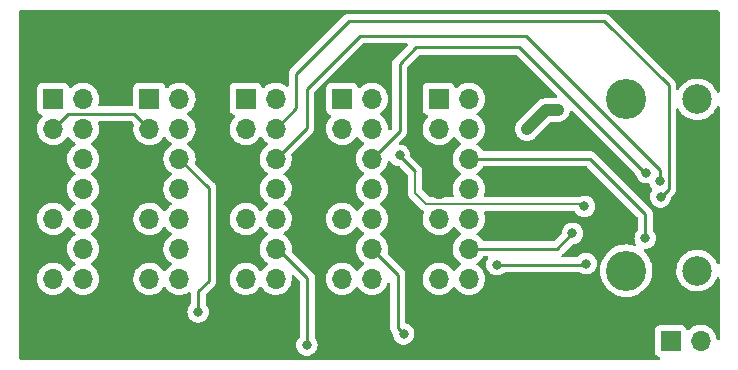
<source format=gtl>
G04 #@! TF.GenerationSoftware,KiCad,Pcbnew,(6.0.0)*
G04 #@! TF.CreationDate,2022-01-24T22:50:09+01:00*
G04 #@! TF.ProjectId,PUTM_EV_Front_Box_2022,5055544d-5f45-4565-9f46-726f6e745f42,rev?*
G04 #@! TF.SameCoordinates,Original*
G04 #@! TF.FileFunction,Copper,L1,Top*
G04 #@! TF.FilePolarity,Positive*
%FSLAX46Y46*%
G04 Gerber Fmt 4.6, Leading zero omitted, Abs format (unit mm)*
G04 Created by KiCad (PCBNEW (6.0.0)) date 2022-01-24 22:50:09*
%MOMM*%
%LPD*%
G01*
G04 APERTURE LIST*
G04 #@! TA.AperFunction,ComponentPad*
%ADD10R,1.700000X1.700000*%
G04 #@! TD*
G04 #@! TA.AperFunction,ComponentPad*
%ADD11O,1.700000X1.700000*%
G04 #@! TD*
G04 #@! TA.AperFunction,ComponentPad*
%ADD12C,3.400000*%
G04 #@! TD*
G04 #@! TA.AperFunction,ComponentPad*
%ADD13C,2.500000*%
G04 #@! TD*
G04 #@! TA.AperFunction,ViaPad*
%ADD14C,0.800000*%
G04 #@! TD*
G04 #@! TA.AperFunction,Conductor*
%ADD15C,1.000000*%
G04 #@! TD*
G04 #@! TA.AperFunction,Conductor*
%ADD16C,0.250000*%
G04 #@! TD*
G04 #@! TA.AperFunction,Conductor*
%ADD17C,0.200000*%
G04 #@! TD*
G04 #@! TA.AperFunction,Conductor*
%ADD18C,0.220000*%
G04 #@! TD*
G04 APERTURE END LIST*
D10*
X84725000Y-145000000D03*
D11*
X87265000Y-145000000D03*
X84725000Y-147540000D03*
X87265000Y-147540000D03*
X84725000Y-150080000D03*
X87265000Y-150080000D03*
X84725000Y-152620000D03*
X87265000Y-152620000D03*
X84725000Y-155160000D03*
X87265000Y-155160000D03*
X84725000Y-157700000D03*
X87265000Y-157700000D03*
X84725000Y-160240000D03*
X87265000Y-160240000D03*
D10*
X104350000Y-165500000D03*
D11*
X106890000Y-165500000D03*
D10*
X68375000Y-145000000D03*
D11*
X70915000Y-145000000D03*
X68375000Y-147540000D03*
X70915000Y-147540000D03*
X68375000Y-150080000D03*
X70915000Y-150080000D03*
X68375000Y-152620000D03*
X70915000Y-152620000D03*
X68375000Y-155160000D03*
X70915000Y-155160000D03*
X68375000Y-157700000D03*
X70915000Y-157700000D03*
X68375000Y-160240000D03*
X70915000Y-160240000D03*
D10*
X52075000Y-145000000D03*
D11*
X54615000Y-145000000D03*
X52075000Y-147540000D03*
X54615000Y-147540000D03*
X52075000Y-150080000D03*
X54615000Y-150080000D03*
X52075000Y-152620000D03*
X54615000Y-152620000D03*
X52075000Y-155160000D03*
X54615000Y-155160000D03*
X52075000Y-157700000D03*
X54615000Y-157700000D03*
X52075000Y-160240000D03*
X54615000Y-160240000D03*
D10*
X76525000Y-145000000D03*
D11*
X79065000Y-145000000D03*
X76525000Y-147540000D03*
X79065000Y-147540000D03*
X76525000Y-150080000D03*
X79065000Y-150080000D03*
X76525000Y-152620000D03*
X79065000Y-152620000D03*
X76525000Y-155160000D03*
X79065000Y-155160000D03*
X76525000Y-157700000D03*
X79065000Y-157700000D03*
X76525000Y-160240000D03*
X79065000Y-160240000D03*
D10*
X60225000Y-145000000D03*
D11*
X62765000Y-145000000D03*
X60225000Y-147540000D03*
X62765000Y-147540000D03*
X60225000Y-150080000D03*
X62765000Y-150080000D03*
X60225000Y-152620000D03*
X62765000Y-152620000D03*
X60225000Y-155160000D03*
X62765000Y-155160000D03*
X60225000Y-157700000D03*
X62765000Y-157700000D03*
X60225000Y-160240000D03*
X62765000Y-160240000D03*
D12*
X100600000Y-145050000D03*
X100600000Y-159550000D03*
D13*
X106600000Y-145050000D03*
X106600000Y-159550000D03*
D14*
X94950000Y-148150000D03*
X106350000Y-149850000D03*
X92200000Y-147550000D03*
X94800000Y-145950000D03*
X64350000Y-163050000D03*
X102300000Y-151250000D03*
X103500000Y-153300000D03*
X96040919Y-156400000D03*
X81750000Y-164900000D03*
X73550000Y-165850000D03*
X103450011Y-152000000D03*
X81400000Y-149800000D03*
X97050000Y-154100000D03*
X102200000Y-156800000D03*
X97200000Y-158950000D03*
X89650000Y-159050000D03*
D15*
X93800000Y-145950000D02*
X94800000Y-145950000D01*
X92200000Y-147550000D02*
X93800000Y-145950000D01*
D16*
X52075000Y-147540000D02*
X53365000Y-146250000D01*
X53365000Y-146250000D02*
X58935000Y-146250000D01*
X58935000Y-146250000D02*
X60225000Y-147540000D01*
X64350000Y-161300000D02*
X65250000Y-160400000D01*
X64350000Y-163050000D02*
X64350000Y-161300000D01*
X65250000Y-152565000D02*
X62765000Y-150080000D01*
X65250000Y-160400000D02*
X65250000Y-152565000D01*
X81400000Y-147745000D02*
X79065000Y-150080000D01*
X81400000Y-142050000D02*
X81400000Y-147745000D01*
X102150000Y-151250000D02*
X91550000Y-140650000D01*
X82800000Y-140650000D02*
X81400000Y-142050000D01*
X91550000Y-140650000D02*
X82800000Y-140650000D01*
X102300000Y-151250000D02*
X102150000Y-151250000D01*
X104174511Y-143874511D02*
X98750000Y-138450000D01*
X104174511Y-152625489D02*
X104174511Y-143874511D01*
X72650000Y-142900000D02*
X72650000Y-145805000D01*
X72650000Y-145805000D02*
X70915000Y-147540000D01*
X103500000Y-153300000D02*
X104174511Y-152625489D01*
X77100000Y-138450000D02*
X72650000Y-142900000D01*
X98750000Y-138450000D02*
X77100000Y-138450000D01*
X96040919Y-156400000D02*
X94740919Y-157700000D01*
X94740919Y-157700000D02*
X87265000Y-157700000D01*
X81250000Y-159885000D02*
X79065000Y-157700000D01*
X81250000Y-164400000D02*
X81250000Y-159885000D01*
X81750000Y-164900000D02*
X81250000Y-164400000D01*
X73550000Y-165850000D02*
X73600000Y-165800000D01*
X73600000Y-160150000D02*
X71150000Y-157700000D01*
X73600000Y-165800000D02*
X73600000Y-160150000D01*
X71150000Y-157700000D02*
X70915000Y-157700000D01*
X73550000Y-147445000D02*
X70915000Y-150080000D01*
X92100000Y-139650000D02*
X78050000Y-139650000D01*
X103450011Y-151000011D02*
X92100000Y-139650000D01*
X73550000Y-144150000D02*
X73550000Y-147445000D01*
X103450011Y-152000000D02*
X103450011Y-151000011D01*
X78050000Y-139650000D02*
X73550000Y-144150000D01*
D17*
X96850000Y-153900000D02*
X83650000Y-153900000D01*
D18*
X81400000Y-149850000D02*
X82700000Y-151150000D01*
D17*
X83650000Y-153900000D02*
X82700000Y-152950000D01*
D16*
X81400000Y-149800000D02*
X81400000Y-149850000D01*
X96850000Y-153900000D02*
X97050000Y-154100000D01*
D17*
X82700000Y-152950000D02*
X82700000Y-151150000D01*
D16*
X102200000Y-156800000D02*
X102200000Y-154750000D01*
X97530000Y-150080000D02*
X87265000Y-150080000D01*
X102200000Y-154750000D02*
X97530000Y-150080000D01*
X89650000Y-159050000D02*
X97100000Y-159050000D01*
X97100000Y-159050000D02*
X97200000Y-158950000D01*
G04 #@! TA.AperFunction,Conductor*
G36*
X108434121Y-137528002D02*
G01*
X108480614Y-137581658D01*
X108492000Y-137634000D01*
X108492000Y-144391527D01*
X108471998Y-144459648D01*
X108418342Y-144506141D01*
X108348068Y-144516245D01*
X108283488Y-144486751D01*
X108248567Y-144437194D01*
X108193340Y-144295176D01*
X108193339Y-144295173D01*
X108191647Y-144290823D01*
X108174041Y-144260018D01*
X108119423Y-144164457D01*
X108061951Y-144063902D01*
X107900138Y-143858643D01*
X107709763Y-143679557D01*
X107495009Y-143530576D01*
X107486377Y-143526319D01*
X107264781Y-143417040D01*
X107264778Y-143417039D01*
X107260593Y-143414975D01*
X107242593Y-143409213D01*
X107016123Y-143336720D01*
X107011665Y-143335293D01*
X106753693Y-143293279D01*
X106639942Y-143291790D01*
X106497022Y-143289919D01*
X106497019Y-143289919D01*
X106492345Y-143289858D01*
X106233362Y-143325104D01*
X106228876Y-143326412D01*
X106228874Y-143326412D01*
X106200988Y-143334540D01*
X105982433Y-143398243D01*
X105978180Y-143400203D01*
X105978179Y-143400204D01*
X105941659Y-143417040D01*
X105745072Y-143507668D01*
X105709296Y-143531124D01*
X105530404Y-143648410D01*
X105530399Y-143648414D01*
X105526491Y-143650976D01*
X105331494Y-143825018D01*
X105164363Y-144025970D01*
X105161934Y-144029973D01*
X105041730Y-144228063D01*
X104989291Y-144275924D01*
X104919301Y-144287836D01*
X104853981Y-144260018D01*
X104814070Y-144201301D01*
X104808011Y-144162698D01*
X104808011Y-143953278D01*
X104808538Y-143942095D01*
X104810213Y-143934602D01*
X104808073Y-143866525D01*
X104808011Y-143862566D01*
X104808011Y-143834655D01*
X104807506Y-143830655D01*
X104806573Y-143818812D01*
X104805433Y-143782541D01*
X104805184Y-143774622D01*
X104799532Y-143755168D01*
X104795524Y-143735811D01*
X104793979Y-143723581D01*
X104793979Y-143723580D01*
X104792985Y-143715714D01*
X104789178Y-143706099D01*
X104776707Y-143674599D01*
X104772862Y-143663369D01*
X104762740Y-143628528D01*
X104762740Y-143628527D01*
X104760529Y-143620918D01*
X104756496Y-143614099D01*
X104756494Y-143614094D01*
X104750218Y-143603483D01*
X104741523Y-143585735D01*
X104734063Y-143566894D01*
X104708075Y-143531124D01*
X104701559Y-143521204D01*
X104683091Y-143489976D01*
X104683089Y-143489973D01*
X104679053Y-143483149D01*
X104664732Y-143468828D01*
X104651891Y-143453794D01*
X104644642Y-143443817D01*
X104639983Y-143437404D01*
X104605906Y-143409213D01*
X104597127Y-143401223D01*
X99253652Y-138057747D01*
X99246112Y-138049461D01*
X99242000Y-138042982D01*
X99192348Y-137996356D01*
X99189507Y-137993602D01*
X99169770Y-137973865D01*
X99166573Y-137971385D01*
X99157551Y-137963680D01*
X99144116Y-137951064D01*
X99125321Y-137933414D01*
X99118375Y-137929595D01*
X99118372Y-137929593D01*
X99107566Y-137923652D01*
X99091047Y-137912801D01*
X99090583Y-137912441D01*
X99075041Y-137900386D01*
X99067772Y-137897241D01*
X99067768Y-137897238D01*
X99034463Y-137882826D01*
X99023813Y-137877609D01*
X98985060Y-137856305D01*
X98965437Y-137851267D01*
X98946734Y-137844863D01*
X98935420Y-137839967D01*
X98935419Y-137839967D01*
X98928145Y-137836819D01*
X98920322Y-137835580D01*
X98920312Y-137835577D01*
X98884476Y-137829901D01*
X98872856Y-137827495D01*
X98837711Y-137818472D01*
X98837710Y-137818472D01*
X98830030Y-137816500D01*
X98809776Y-137816500D01*
X98790065Y-137814949D01*
X98787534Y-137814548D01*
X98770057Y-137811780D01*
X98762165Y-137812526D01*
X98726039Y-137815941D01*
X98714181Y-137816500D01*
X77178763Y-137816500D01*
X77167579Y-137815973D01*
X77160091Y-137814299D01*
X77152168Y-137814548D01*
X77092033Y-137816438D01*
X77088075Y-137816500D01*
X77060144Y-137816500D01*
X77056229Y-137816995D01*
X77056225Y-137816995D01*
X77056167Y-137817003D01*
X77056138Y-137817006D01*
X77044296Y-137817939D01*
X77000110Y-137819327D01*
X76982744Y-137824372D01*
X76980658Y-137824978D01*
X76961306Y-137828986D01*
X76954235Y-137829880D01*
X76941203Y-137831526D01*
X76933834Y-137834443D01*
X76933832Y-137834444D01*
X76900097Y-137847800D01*
X76888869Y-137851645D01*
X76846407Y-137863982D01*
X76839585Y-137868016D01*
X76839579Y-137868019D01*
X76828968Y-137874294D01*
X76811218Y-137882990D01*
X76799756Y-137887528D01*
X76799751Y-137887531D01*
X76792383Y-137890448D01*
X76774970Y-137903099D01*
X76756625Y-137916427D01*
X76746707Y-137922943D01*
X76735463Y-137929593D01*
X76708637Y-137945458D01*
X76694313Y-137959782D01*
X76679281Y-137972621D01*
X76662893Y-137984528D01*
X76634712Y-138018593D01*
X76626722Y-138027373D01*
X72257747Y-142396348D01*
X72249461Y-142403888D01*
X72242982Y-142408000D01*
X72237557Y-142413777D01*
X72196357Y-142457651D01*
X72193602Y-142460493D01*
X72173865Y-142480230D01*
X72171385Y-142483427D01*
X72163682Y-142492447D01*
X72133414Y-142524679D01*
X72129595Y-142531625D01*
X72129593Y-142531628D01*
X72123652Y-142542434D01*
X72112801Y-142558953D01*
X72100386Y-142574959D01*
X72097241Y-142582228D01*
X72097238Y-142582232D01*
X72082826Y-142615537D01*
X72077609Y-142626187D01*
X72056305Y-142664940D01*
X72054334Y-142672615D01*
X72054334Y-142672616D01*
X72051267Y-142684562D01*
X72044863Y-142703266D01*
X72036819Y-142721855D01*
X72035580Y-142729678D01*
X72035577Y-142729688D01*
X72029901Y-142765524D01*
X72027495Y-142777144D01*
X72016500Y-142819970D01*
X72016500Y-142840224D01*
X72014949Y-142859934D01*
X72011780Y-142879943D01*
X72012526Y-142887835D01*
X72015941Y-142923961D01*
X72016500Y-142935819D01*
X72016500Y-143878690D01*
X71996498Y-143946811D01*
X71942842Y-143993304D01*
X71872568Y-144003408D01*
X71812408Y-143977572D01*
X71673414Y-143867800D01*
X71673410Y-143867798D01*
X71669359Y-143864598D01*
X71658572Y-143858643D01*
X71586417Y-143818812D01*
X71473789Y-143756638D01*
X71468920Y-143754914D01*
X71468916Y-143754912D01*
X71268087Y-143683795D01*
X71268083Y-143683794D01*
X71263212Y-143682069D01*
X71258119Y-143681162D01*
X71258116Y-143681161D01*
X71048373Y-143643800D01*
X71048367Y-143643799D01*
X71043284Y-143642894D01*
X70969452Y-143641992D01*
X70825081Y-143640228D01*
X70825079Y-143640228D01*
X70819911Y-143640165D01*
X70599091Y-143673955D01*
X70386756Y-143743357D01*
X70356443Y-143759137D01*
X70203760Y-143838619D01*
X70188607Y-143846507D01*
X70184474Y-143849610D01*
X70184471Y-143849612D01*
X70046401Y-143953278D01*
X70009965Y-143980635D01*
X69933899Y-144060234D01*
X69929283Y-144065064D01*
X69867759Y-144100494D01*
X69796846Y-144097037D01*
X69739060Y-144055791D01*
X69720207Y-144022243D01*
X69678767Y-143911703D01*
X69675615Y-143903295D01*
X69588261Y-143786739D01*
X69471705Y-143699385D01*
X69335316Y-143648255D01*
X69273134Y-143641500D01*
X67476866Y-143641500D01*
X67414684Y-143648255D01*
X67278295Y-143699385D01*
X67161739Y-143786739D01*
X67074385Y-143903295D01*
X67023255Y-144039684D01*
X67016500Y-144101866D01*
X67016500Y-145898134D01*
X67023255Y-145960316D01*
X67074385Y-146096705D01*
X67161739Y-146213261D01*
X67278295Y-146300615D01*
X67286704Y-146303767D01*
X67286705Y-146303768D01*
X67395451Y-146344535D01*
X67452216Y-146387176D01*
X67476916Y-146453738D01*
X67461709Y-146523087D01*
X67442316Y-146549568D01*
X67346820Y-146649499D01*
X67315629Y-146682138D01*
X67312720Y-146686403D01*
X67312714Y-146686411D01*
X67266461Y-146754216D01*
X67189743Y-146866680D01*
X67095688Y-147069305D01*
X67035989Y-147284570D01*
X67012251Y-147506695D01*
X67012548Y-147511848D01*
X67012548Y-147511851D01*
X67021804Y-147672384D01*
X67025110Y-147729715D01*
X67026247Y-147734761D01*
X67026248Y-147734767D01*
X67045529Y-147820321D01*
X67074222Y-147947639D01*
X67158266Y-148154616D01*
X67205211Y-148231223D01*
X67272291Y-148340688D01*
X67274987Y-148345088D01*
X67421250Y-148513938D01*
X67593126Y-148656632D01*
X67786000Y-148769338D01*
X67994692Y-148849030D01*
X67999760Y-148850061D01*
X67999763Y-148850062D01*
X68104466Y-148871364D01*
X68213597Y-148893567D01*
X68218772Y-148893757D01*
X68218774Y-148893757D01*
X68431673Y-148901564D01*
X68431677Y-148901564D01*
X68436837Y-148901753D01*
X68441957Y-148901097D01*
X68441959Y-148901097D01*
X68653288Y-148874025D01*
X68653289Y-148874025D01*
X68658416Y-148873368D01*
X68665096Y-148871364D01*
X68867429Y-148810661D01*
X68867434Y-148810659D01*
X68872384Y-148809174D01*
X69072994Y-148710896D01*
X69254860Y-148581173D01*
X69272772Y-148563324D01*
X69409435Y-148427137D01*
X69413096Y-148423489D01*
X69428017Y-148402725D01*
X69543453Y-148242077D01*
X69544776Y-148243028D01*
X69591645Y-148199857D01*
X69661580Y-148187625D01*
X69727026Y-148215144D01*
X69754875Y-148246994D01*
X69814987Y-148345088D01*
X69961250Y-148513938D01*
X70133126Y-148656632D01*
X70166964Y-148676405D01*
X70206445Y-148699476D01*
X70255169Y-148751114D01*
X70268240Y-148820897D01*
X70241509Y-148886669D01*
X70201055Y-148920027D01*
X70188607Y-148926507D01*
X70184474Y-148929610D01*
X70184471Y-148929612D01*
X70014100Y-149057530D01*
X70009965Y-149060635D01*
X69855629Y-149222138D01*
X69729743Y-149406680D01*
X69682896Y-149507604D01*
X69654471Y-149568841D01*
X69635688Y-149609305D01*
X69575989Y-149824570D01*
X69552251Y-150046695D01*
X69552548Y-150051848D01*
X69552548Y-150051851D01*
X69558011Y-150146590D01*
X69565110Y-150269715D01*
X69566247Y-150274761D01*
X69566248Y-150274767D01*
X69570223Y-150292403D01*
X69614222Y-150487639D01*
X69675673Y-150638976D01*
X69686691Y-150666109D01*
X69698266Y-150694616D01*
X69814987Y-150885088D01*
X69961250Y-151053938D01*
X70133126Y-151196632D01*
X70203595Y-151237811D01*
X70206445Y-151239476D01*
X70255169Y-151291114D01*
X70268240Y-151360897D01*
X70241509Y-151426669D01*
X70201055Y-151460027D01*
X70188607Y-151466507D01*
X70184474Y-151469610D01*
X70184471Y-151469612D01*
X70160247Y-151487800D01*
X70009965Y-151600635D01*
X69855629Y-151762138D01*
X69729743Y-151946680D01*
X69714003Y-151980590D01*
X69647972Y-152122842D01*
X69635688Y-152149305D01*
X69575989Y-152364570D01*
X69552251Y-152586695D01*
X69552548Y-152591848D01*
X69552548Y-152591851D01*
X69557934Y-152685265D01*
X69565110Y-152809715D01*
X69566247Y-152814761D01*
X69566248Y-152814767D01*
X69576566Y-152860549D01*
X69614222Y-153027639D01*
X69662920Y-153147568D01*
X69680759Y-153191500D01*
X69698266Y-153234616D01*
X69734310Y-153293435D01*
X69808388Y-153414319D01*
X69814987Y-153425088D01*
X69961250Y-153593938D01*
X70133126Y-153736632D01*
X70203595Y-153777811D01*
X70206445Y-153779476D01*
X70255169Y-153831114D01*
X70268240Y-153900897D01*
X70241509Y-153966669D01*
X70201055Y-154000027D01*
X70188607Y-154006507D01*
X70184474Y-154009610D01*
X70184471Y-154009612D01*
X70055342Y-154106565D01*
X70009965Y-154140635D01*
X69855629Y-154302138D01*
X69748201Y-154459621D01*
X69693293Y-154504621D01*
X69622768Y-154512792D01*
X69559021Y-154481538D01*
X69538324Y-154457054D01*
X69457822Y-154332617D01*
X69457820Y-154332614D01*
X69455014Y-154328277D01*
X69304670Y-154163051D01*
X69300619Y-154159852D01*
X69300615Y-154159848D01*
X69133414Y-154027800D01*
X69133410Y-154027798D01*
X69129359Y-154024598D01*
X68933789Y-153916638D01*
X68928920Y-153914914D01*
X68928916Y-153914912D01*
X68728087Y-153843795D01*
X68728083Y-153843794D01*
X68723212Y-153842069D01*
X68718119Y-153841162D01*
X68718116Y-153841161D01*
X68508373Y-153803800D01*
X68508367Y-153803799D01*
X68503284Y-153802894D01*
X68429452Y-153801992D01*
X68285081Y-153800228D01*
X68285079Y-153800228D01*
X68279911Y-153800165D01*
X68059091Y-153833955D01*
X67846756Y-153903357D01*
X67816443Y-153919137D01*
X67694246Y-153982749D01*
X67648607Y-154006507D01*
X67644474Y-154009610D01*
X67644471Y-154009612D01*
X67515342Y-154106565D01*
X67469965Y-154140635D01*
X67315629Y-154302138D01*
X67312720Y-154306403D01*
X67312714Y-154306411D01*
X67286859Y-154344313D01*
X67189743Y-154486680D01*
X67160306Y-154550097D01*
X67113882Y-154650110D01*
X67095688Y-154689305D01*
X67035989Y-154904570D01*
X67012251Y-155126695D01*
X67012548Y-155131848D01*
X67012548Y-155131851D01*
X67018011Y-155226590D01*
X67025110Y-155349715D01*
X67026247Y-155354761D01*
X67026248Y-155354767D01*
X67046119Y-155442939D01*
X67074222Y-155567639D01*
X67112461Y-155661811D01*
X67138544Y-155726045D01*
X67158266Y-155774616D01*
X67209019Y-155857438D01*
X67272291Y-155960688D01*
X67274987Y-155965088D01*
X67421250Y-156133938D01*
X67593126Y-156276632D01*
X67786000Y-156389338D01*
X67994692Y-156469030D01*
X67999760Y-156470061D01*
X67999763Y-156470062D01*
X68104466Y-156491364D01*
X68213597Y-156513567D01*
X68218772Y-156513757D01*
X68218774Y-156513757D01*
X68431673Y-156521564D01*
X68431677Y-156521564D01*
X68436837Y-156521753D01*
X68441957Y-156521097D01*
X68441959Y-156521097D01*
X68653288Y-156494025D01*
X68653289Y-156494025D01*
X68658416Y-156493368D01*
X68665096Y-156491364D01*
X68867429Y-156430661D01*
X68867434Y-156430659D01*
X68872384Y-156429174D01*
X69072994Y-156330896D01*
X69254860Y-156201173D01*
X69413096Y-156043489D01*
X69472594Y-155960689D01*
X69543453Y-155862077D01*
X69544776Y-155863028D01*
X69591645Y-155819857D01*
X69661580Y-155807625D01*
X69727026Y-155835144D01*
X69754875Y-155866994D01*
X69814987Y-155965088D01*
X69961250Y-156133938D01*
X70133126Y-156276632D01*
X70203595Y-156317811D01*
X70206445Y-156319476D01*
X70255169Y-156371114D01*
X70268240Y-156440897D01*
X70241509Y-156506669D01*
X70201055Y-156540027D01*
X70188607Y-156546507D01*
X70184474Y-156549610D01*
X70184471Y-156549612D01*
X70103946Y-156610072D01*
X70009965Y-156680635D01*
X69855629Y-156842138D01*
X69729743Y-157026680D01*
X69714003Y-157060590D01*
X69659838Y-157177279D01*
X69635688Y-157229305D01*
X69575989Y-157444570D01*
X69552251Y-157666695D01*
X69552548Y-157671848D01*
X69552548Y-157671851D01*
X69558011Y-157766590D01*
X69565110Y-157889715D01*
X69566247Y-157894761D01*
X69566248Y-157894767D01*
X69585972Y-157982287D01*
X69614222Y-158107639D01*
X69698266Y-158314616D01*
X69814987Y-158505088D01*
X69961250Y-158673938D01*
X70133126Y-158816632D01*
X70196721Y-158853794D01*
X70206445Y-158859476D01*
X70255169Y-158911114D01*
X70268240Y-158980897D01*
X70241509Y-159046669D01*
X70201055Y-159080027D01*
X70188607Y-159086507D01*
X70184474Y-159089610D01*
X70184471Y-159089612D01*
X70109095Y-159146206D01*
X70009965Y-159220635D01*
X70006393Y-159224373D01*
X69908054Y-159327279D01*
X69855629Y-159382138D01*
X69748201Y-159539621D01*
X69693293Y-159584621D01*
X69622768Y-159592792D01*
X69559021Y-159561538D01*
X69538324Y-159537054D01*
X69457822Y-159412617D01*
X69457820Y-159412614D01*
X69455014Y-159408277D01*
X69304670Y-159243051D01*
X69300619Y-159239852D01*
X69300615Y-159239848D01*
X69133414Y-159107800D01*
X69133410Y-159107798D01*
X69129359Y-159104598D01*
X68933789Y-158996638D01*
X68928920Y-158994914D01*
X68928916Y-158994912D01*
X68728087Y-158923795D01*
X68728083Y-158923794D01*
X68723212Y-158922069D01*
X68718119Y-158921162D01*
X68718116Y-158921161D01*
X68508373Y-158883800D01*
X68508367Y-158883799D01*
X68503284Y-158882894D01*
X68429452Y-158881992D01*
X68285081Y-158880228D01*
X68285079Y-158880228D01*
X68279911Y-158880165D01*
X68059091Y-158913955D01*
X67846756Y-158983357D01*
X67648607Y-159086507D01*
X67644474Y-159089610D01*
X67644471Y-159089612D01*
X67569095Y-159146206D01*
X67469965Y-159220635D01*
X67466393Y-159224373D01*
X67368054Y-159327279D01*
X67315629Y-159382138D01*
X67312720Y-159386403D01*
X67312714Y-159386411D01*
X67270774Y-159447893D01*
X67189743Y-159566680D01*
X67154646Y-159642291D01*
X67099898Y-159760236D01*
X67095688Y-159769305D01*
X67035989Y-159984570D01*
X67012251Y-160206695D01*
X67012548Y-160211848D01*
X67012548Y-160211851D01*
X67023222Y-160396970D01*
X67025110Y-160429715D01*
X67026247Y-160434761D01*
X67026248Y-160434767D01*
X67046119Y-160522939D01*
X67074222Y-160647639D01*
X67112150Y-160741045D01*
X67152699Y-160840905D01*
X67158266Y-160854616D01*
X67209019Y-160937438D01*
X67272291Y-161040688D01*
X67274987Y-161045088D01*
X67421250Y-161213938D01*
X67593126Y-161356632D01*
X67786000Y-161469338D01*
X67790825Y-161471180D01*
X67790826Y-161471181D01*
X67863612Y-161498975D01*
X67994692Y-161549030D01*
X67999760Y-161550061D01*
X67999763Y-161550062D01*
X68107017Y-161571883D01*
X68213597Y-161593567D01*
X68218772Y-161593757D01*
X68218774Y-161593757D01*
X68431673Y-161601564D01*
X68431677Y-161601564D01*
X68436837Y-161601753D01*
X68441957Y-161601097D01*
X68441959Y-161601097D01*
X68653288Y-161574025D01*
X68653289Y-161574025D01*
X68658416Y-161573368D01*
X68694961Y-161562404D01*
X68867429Y-161510661D01*
X68867434Y-161510659D01*
X68872384Y-161509174D01*
X69072994Y-161410896D01*
X69254860Y-161281173D01*
X69281912Y-161254216D01*
X69409435Y-161127137D01*
X69413096Y-161123489D01*
X69418460Y-161116025D01*
X69543453Y-160942077D01*
X69544776Y-160943028D01*
X69591645Y-160899857D01*
X69661580Y-160887625D01*
X69727026Y-160915144D01*
X69754875Y-160946994D01*
X69814987Y-161045088D01*
X69961250Y-161213938D01*
X70133126Y-161356632D01*
X70326000Y-161469338D01*
X70330825Y-161471180D01*
X70330826Y-161471181D01*
X70403612Y-161498975D01*
X70534692Y-161549030D01*
X70539760Y-161550061D01*
X70539763Y-161550062D01*
X70647017Y-161571883D01*
X70753597Y-161593567D01*
X70758772Y-161593757D01*
X70758774Y-161593757D01*
X70971673Y-161601564D01*
X70971677Y-161601564D01*
X70976837Y-161601753D01*
X70981957Y-161601097D01*
X70981959Y-161601097D01*
X71193288Y-161574025D01*
X71193289Y-161574025D01*
X71198416Y-161573368D01*
X71234961Y-161562404D01*
X71407429Y-161510661D01*
X71407434Y-161510659D01*
X71412384Y-161509174D01*
X71612994Y-161410896D01*
X71794860Y-161281173D01*
X71821912Y-161254216D01*
X71949435Y-161127137D01*
X71953096Y-161123489D01*
X71958460Y-161116025D01*
X72080435Y-160946277D01*
X72083453Y-160942077D01*
X72104320Y-160899857D01*
X72180136Y-160746453D01*
X72180137Y-160746451D01*
X72182430Y-160741811D01*
X72243485Y-160540855D01*
X72245865Y-160533023D01*
X72245865Y-160533021D01*
X72247370Y-160528069D01*
X72276529Y-160306590D01*
X72276611Y-160303240D01*
X72278074Y-160243365D01*
X72278074Y-160243361D01*
X72278156Y-160240000D01*
X72265446Y-160085405D01*
X72260075Y-160020069D01*
X72274428Y-159950538D01*
X72324094Y-159899805D01*
X72393304Y-159883978D01*
X72460084Y-159908080D01*
X72474746Y-159920650D01*
X72929595Y-160375499D01*
X72963621Y-160437811D01*
X72966500Y-160464594D01*
X72966500Y-165091945D01*
X72946498Y-165160066D01*
X72934136Y-165176255D01*
X72866500Y-165251373D01*
X72810960Y-165313056D01*
X72807659Y-165318774D01*
X72732227Y-165449426D01*
X72715473Y-165478444D01*
X72656458Y-165660072D01*
X72636496Y-165850000D01*
X72656458Y-166039928D01*
X72715473Y-166221556D01*
X72810960Y-166386944D01*
X72815378Y-166391851D01*
X72815379Y-166391852D01*
X72824094Y-166401531D01*
X72938747Y-166528866D01*
X73093248Y-166641118D01*
X73099276Y-166643802D01*
X73099278Y-166643803D01*
X73261681Y-166716109D01*
X73267712Y-166718794D01*
X73361112Y-166738647D01*
X73448056Y-166757128D01*
X73448061Y-166757128D01*
X73454513Y-166758500D01*
X73645487Y-166758500D01*
X73651939Y-166757128D01*
X73651944Y-166757128D01*
X73738888Y-166738647D01*
X73832288Y-166718794D01*
X73838319Y-166716109D01*
X74000722Y-166643803D01*
X74000724Y-166643802D01*
X74006752Y-166641118D01*
X74161253Y-166528866D01*
X74275906Y-166401531D01*
X74284621Y-166391852D01*
X74284622Y-166391851D01*
X74289040Y-166386944D01*
X74384527Y-166221556D01*
X74443542Y-166039928D01*
X74463504Y-165850000D01*
X74443542Y-165660072D01*
X74384527Y-165478444D01*
X74367774Y-165449426D01*
X74292343Y-165318777D01*
X74292341Y-165318774D01*
X74289040Y-165313056D01*
X74284620Y-165308147D01*
X74284617Y-165308143D01*
X74265865Y-165287317D01*
X74235147Y-165223310D01*
X74233500Y-165203006D01*
X74233500Y-160228767D01*
X74234027Y-160217584D01*
X74235702Y-160210091D01*
X74234291Y-160165189D01*
X74233562Y-160142014D01*
X74233500Y-160138055D01*
X74233500Y-160110144D01*
X74232995Y-160106144D01*
X74232062Y-160094301D01*
X74231783Y-160085405D01*
X74230673Y-160050110D01*
X74225022Y-160030658D01*
X74221014Y-160011306D01*
X74219467Y-159999063D01*
X74218474Y-159991203D01*
X74215556Y-159983832D01*
X74202200Y-159950097D01*
X74198355Y-159938870D01*
X74193061Y-159920650D01*
X74186018Y-159896407D01*
X74181984Y-159889585D01*
X74181981Y-159889579D01*
X74175706Y-159878968D01*
X74167010Y-159861218D01*
X74162472Y-159849756D01*
X74162469Y-159849751D01*
X74159552Y-159842383D01*
X74133573Y-159806625D01*
X74127057Y-159796707D01*
X74110851Y-159769305D01*
X74104542Y-159758637D01*
X74090218Y-159744313D01*
X74077376Y-159729278D01*
X74073509Y-159723955D01*
X74065472Y-159712893D01*
X74031406Y-159684711D01*
X74022627Y-159676722D01*
X72301383Y-157955478D01*
X72267357Y-157893166D01*
X72265556Y-157849936D01*
X72273382Y-157790489D01*
X72276529Y-157766590D01*
X72276611Y-157763240D01*
X72278074Y-157703365D01*
X72278074Y-157703361D01*
X72278156Y-157700000D01*
X72259852Y-157477361D01*
X72205431Y-157260702D01*
X72116354Y-157055840D01*
X71995014Y-156868277D01*
X71844670Y-156703051D01*
X71840619Y-156699852D01*
X71840615Y-156699848D01*
X71673414Y-156567800D01*
X71673410Y-156567798D01*
X71669359Y-156564598D01*
X71628053Y-156541796D01*
X71578084Y-156491364D01*
X71563312Y-156421921D01*
X71588428Y-156355516D01*
X71615780Y-156328909D01*
X71659603Y-156297650D01*
X71794860Y-156201173D01*
X71953096Y-156043489D01*
X72012594Y-155960689D01*
X72080435Y-155866277D01*
X72083453Y-155862077D01*
X72104320Y-155819857D01*
X72180136Y-155666453D01*
X72180137Y-155666451D01*
X72182430Y-155661811D01*
X72247370Y-155448069D01*
X72276529Y-155226590D01*
X72278156Y-155160000D01*
X72259852Y-154937361D01*
X72205431Y-154720702D01*
X72116354Y-154515840D01*
X72068833Y-154442383D01*
X71997822Y-154332617D01*
X71997820Y-154332614D01*
X71995014Y-154328277D01*
X71844670Y-154163051D01*
X71840619Y-154159852D01*
X71840615Y-154159848D01*
X71673414Y-154027800D01*
X71673410Y-154027798D01*
X71669359Y-154024598D01*
X71628053Y-154001796D01*
X71578084Y-153951364D01*
X71563312Y-153881921D01*
X71588428Y-153815516D01*
X71615780Y-153788909D01*
X71659603Y-153757650D01*
X71794860Y-153661173D01*
X71953096Y-153503489D01*
X71958330Y-153496206D01*
X72080435Y-153326277D01*
X72083453Y-153322077D01*
X72088057Y-153312763D01*
X72180136Y-153126453D01*
X72180137Y-153126451D01*
X72182430Y-153121811D01*
X72234630Y-152950000D01*
X72245865Y-152913023D01*
X72245865Y-152913021D01*
X72247370Y-152908069D01*
X72276529Y-152686590D01*
X72278156Y-152620000D01*
X72259852Y-152397361D01*
X72205431Y-152180702D01*
X72116354Y-151975840D01*
X71995014Y-151788277D01*
X71844670Y-151623051D01*
X71840619Y-151619852D01*
X71840615Y-151619848D01*
X71673414Y-151487800D01*
X71673410Y-151487798D01*
X71669359Y-151484598D01*
X71628053Y-151461796D01*
X71578084Y-151411364D01*
X71563312Y-151341921D01*
X71588428Y-151275516D01*
X71615780Y-151248909D01*
X71683301Y-151200747D01*
X71794860Y-151121173D01*
X71863797Y-151052477D01*
X71949435Y-150967137D01*
X71953096Y-150963489D01*
X72012594Y-150880689D01*
X72080435Y-150786277D01*
X72083453Y-150782077D01*
X72087145Y-150774608D01*
X72180136Y-150586453D01*
X72180137Y-150586451D01*
X72182430Y-150581811D01*
X72247370Y-150368069D01*
X72276529Y-150146590D01*
X72278156Y-150080000D01*
X72259852Y-149857361D01*
X72231821Y-149745765D01*
X72234625Y-149674823D01*
X72264930Y-149625974D01*
X73081731Y-148809174D01*
X73942253Y-147948652D01*
X73950539Y-147941112D01*
X73957018Y-147937000D01*
X74003644Y-147887348D01*
X74006398Y-147884507D01*
X74026135Y-147864770D01*
X74028615Y-147861573D01*
X74036320Y-147852551D01*
X74061159Y-147826100D01*
X74066586Y-147820321D01*
X74070405Y-147813375D01*
X74070407Y-147813372D01*
X74076348Y-147802566D01*
X74087199Y-147786047D01*
X74094758Y-147776301D01*
X74099614Y-147770041D01*
X74102759Y-147762772D01*
X74102762Y-147762768D01*
X74117174Y-147729463D01*
X74122391Y-147718813D01*
X74143695Y-147680060D01*
X74148733Y-147660437D01*
X74155137Y-147641734D01*
X74160033Y-147630420D01*
X74160033Y-147630419D01*
X74163181Y-147623145D01*
X74164420Y-147615322D01*
X74164423Y-147615312D01*
X74170099Y-147579476D01*
X74172505Y-147567856D01*
X74181528Y-147532711D01*
X74181528Y-147532710D01*
X74183500Y-147525030D01*
X74183500Y-147504776D01*
X74185051Y-147485065D01*
X74186980Y-147472886D01*
X74188220Y-147465057D01*
X74184059Y-147421038D01*
X74183500Y-147409181D01*
X74183500Y-144464594D01*
X74203502Y-144396473D01*
X74220405Y-144375499D01*
X78275500Y-140320405D01*
X78337812Y-140286379D01*
X78364595Y-140283500D01*
X81966406Y-140283500D01*
X82034527Y-140303502D01*
X82081020Y-140357158D01*
X82091124Y-140427432D01*
X82061630Y-140492012D01*
X82055501Y-140498595D01*
X81007747Y-141546348D01*
X80999461Y-141553888D01*
X80992982Y-141558000D01*
X80987557Y-141563777D01*
X80946357Y-141607651D01*
X80943602Y-141610493D01*
X80923865Y-141630230D01*
X80921385Y-141633427D01*
X80913682Y-141642447D01*
X80883414Y-141674679D01*
X80879595Y-141681625D01*
X80879593Y-141681628D01*
X80873652Y-141692434D01*
X80862801Y-141708953D01*
X80850386Y-141724959D01*
X80847241Y-141732228D01*
X80847238Y-141732232D01*
X80832826Y-141765537D01*
X80827609Y-141776187D01*
X80806305Y-141814940D01*
X80804334Y-141822615D01*
X80804334Y-141822616D01*
X80801267Y-141834562D01*
X80794863Y-141853266D01*
X80786819Y-141871855D01*
X80785580Y-141879678D01*
X80785577Y-141879688D01*
X80779901Y-141915524D01*
X80777495Y-141927144D01*
X80766500Y-141969970D01*
X80766500Y-141990224D01*
X80764949Y-142009934D01*
X80761780Y-142029943D01*
X80762526Y-142037835D01*
X80765941Y-142073961D01*
X80766500Y-142085819D01*
X80766500Y-147430406D01*
X80746498Y-147498527D01*
X80729595Y-147519501D01*
X80641877Y-147607219D01*
X80579565Y-147641245D01*
X80508750Y-147636180D01*
X80451914Y-147593633D01*
X80427206Y-147528448D01*
X80426925Y-147525030D01*
X80409852Y-147317361D01*
X80355431Y-147100702D01*
X80266354Y-146895840D01*
X80202385Y-146796959D01*
X80147822Y-146712617D01*
X80147820Y-146712614D01*
X80145014Y-146708277D01*
X79994670Y-146543051D01*
X79990619Y-146539852D01*
X79990615Y-146539848D01*
X79823414Y-146407800D01*
X79823410Y-146407798D01*
X79819359Y-146404598D01*
X79778053Y-146381796D01*
X79728084Y-146331364D01*
X79713312Y-146261921D01*
X79738428Y-146195516D01*
X79765780Y-146168909D01*
X79809603Y-146137650D01*
X79944860Y-146041173D01*
X80009213Y-145977045D01*
X80091176Y-145895367D01*
X80103096Y-145883489D01*
X80137332Y-145835845D01*
X80230435Y-145706277D01*
X80233453Y-145702077D01*
X80257645Y-145653129D01*
X80330136Y-145506453D01*
X80330137Y-145506451D01*
X80332430Y-145501811D01*
X80397370Y-145288069D01*
X80426529Y-145066590D01*
X80426755Y-145057343D01*
X80428074Y-145003365D01*
X80428074Y-145003361D01*
X80428156Y-145000000D01*
X80409852Y-144777361D01*
X80355431Y-144560702D01*
X80266354Y-144355840D01*
X80166378Y-144201301D01*
X80147822Y-144172617D01*
X80147820Y-144172614D01*
X80145014Y-144168277D01*
X79994670Y-144003051D01*
X79990619Y-143999852D01*
X79990615Y-143999848D01*
X79823414Y-143867800D01*
X79823410Y-143867798D01*
X79819359Y-143864598D01*
X79808572Y-143858643D01*
X79736417Y-143818812D01*
X79623789Y-143756638D01*
X79618920Y-143754914D01*
X79618916Y-143754912D01*
X79418087Y-143683795D01*
X79418083Y-143683794D01*
X79413212Y-143682069D01*
X79408119Y-143681162D01*
X79408116Y-143681161D01*
X79198373Y-143643800D01*
X79198367Y-143643799D01*
X79193284Y-143642894D01*
X79119452Y-143641992D01*
X78975081Y-143640228D01*
X78975079Y-143640228D01*
X78969911Y-143640165D01*
X78749091Y-143673955D01*
X78536756Y-143743357D01*
X78506443Y-143759137D01*
X78353760Y-143838619D01*
X78338607Y-143846507D01*
X78334474Y-143849610D01*
X78334471Y-143849612D01*
X78196401Y-143953278D01*
X78159965Y-143980635D01*
X78083899Y-144060234D01*
X78079283Y-144065064D01*
X78017759Y-144100494D01*
X77946846Y-144097037D01*
X77889060Y-144055791D01*
X77870207Y-144022243D01*
X77828767Y-143911703D01*
X77825615Y-143903295D01*
X77738261Y-143786739D01*
X77621705Y-143699385D01*
X77485316Y-143648255D01*
X77423134Y-143641500D01*
X75626866Y-143641500D01*
X75564684Y-143648255D01*
X75428295Y-143699385D01*
X75311739Y-143786739D01*
X75224385Y-143903295D01*
X75173255Y-144039684D01*
X75166500Y-144101866D01*
X75166500Y-145898134D01*
X75173255Y-145960316D01*
X75224385Y-146096705D01*
X75311739Y-146213261D01*
X75428295Y-146300615D01*
X75436704Y-146303767D01*
X75436705Y-146303768D01*
X75545451Y-146344535D01*
X75602216Y-146387176D01*
X75626916Y-146453738D01*
X75611709Y-146523087D01*
X75592316Y-146549568D01*
X75496820Y-146649499D01*
X75465629Y-146682138D01*
X75462720Y-146686403D01*
X75462714Y-146686411D01*
X75416461Y-146754216D01*
X75339743Y-146866680D01*
X75245688Y-147069305D01*
X75185989Y-147284570D01*
X75162251Y-147506695D01*
X75162548Y-147511848D01*
X75162548Y-147511851D01*
X75171804Y-147672384D01*
X75175110Y-147729715D01*
X75176247Y-147734761D01*
X75176248Y-147734767D01*
X75195529Y-147820321D01*
X75224222Y-147947639D01*
X75308266Y-148154616D01*
X75355211Y-148231223D01*
X75422291Y-148340688D01*
X75424987Y-148345088D01*
X75571250Y-148513938D01*
X75743126Y-148656632D01*
X75936000Y-148769338D01*
X76144692Y-148849030D01*
X76149760Y-148850061D01*
X76149763Y-148850062D01*
X76254466Y-148871364D01*
X76363597Y-148893567D01*
X76368772Y-148893757D01*
X76368774Y-148893757D01*
X76581673Y-148901564D01*
X76581677Y-148901564D01*
X76586837Y-148901753D01*
X76591957Y-148901097D01*
X76591959Y-148901097D01*
X76803288Y-148874025D01*
X76803289Y-148874025D01*
X76808416Y-148873368D01*
X76815096Y-148871364D01*
X77017429Y-148810661D01*
X77017434Y-148810659D01*
X77022384Y-148809174D01*
X77222994Y-148710896D01*
X77404860Y-148581173D01*
X77422772Y-148563324D01*
X77559435Y-148427137D01*
X77563096Y-148423489D01*
X77578017Y-148402725D01*
X77693453Y-148242077D01*
X77694776Y-148243028D01*
X77741645Y-148199857D01*
X77811580Y-148187625D01*
X77877026Y-148215144D01*
X77904875Y-148246994D01*
X77964987Y-148345088D01*
X78111250Y-148513938D01*
X78283126Y-148656632D01*
X78316964Y-148676405D01*
X78356445Y-148699476D01*
X78405169Y-148751114D01*
X78418240Y-148820897D01*
X78391509Y-148886669D01*
X78351055Y-148920027D01*
X78338607Y-148926507D01*
X78334474Y-148929610D01*
X78334471Y-148929612D01*
X78164100Y-149057530D01*
X78159965Y-149060635D01*
X78005629Y-149222138D01*
X77879743Y-149406680D01*
X77832896Y-149507604D01*
X77804471Y-149568841D01*
X77785688Y-149609305D01*
X77725989Y-149824570D01*
X77702251Y-150046695D01*
X77702548Y-150051848D01*
X77702548Y-150051851D01*
X77708011Y-150146590D01*
X77715110Y-150269715D01*
X77716247Y-150274761D01*
X77716248Y-150274767D01*
X77720223Y-150292403D01*
X77764222Y-150487639D01*
X77825673Y-150638976D01*
X77836691Y-150666109D01*
X77848266Y-150694616D01*
X77964987Y-150885088D01*
X78111250Y-151053938D01*
X78283126Y-151196632D01*
X78353595Y-151237811D01*
X78356445Y-151239476D01*
X78405169Y-151291114D01*
X78418240Y-151360897D01*
X78391509Y-151426669D01*
X78351055Y-151460027D01*
X78338607Y-151466507D01*
X78334474Y-151469610D01*
X78334471Y-151469612D01*
X78310247Y-151487800D01*
X78159965Y-151600635D01*
X78005629Y-151762138D01*
X77879743Y-151946680D01*
X77864003Y-151980590D01*
X77797972Y-152122842D01*
X77785688Y-152149305D01*
X77725989Y-152364570D01*
X77702251Y-152586695D01*
X77702548Y-152591848D01*
X77702548Y-152591851D01*
X77707934Y-152685265D01*
X77715110Y-152809715D01*
X77716247Y-152814761D01*
X77716248Y-152814767D01*
X77726566Y-152860549D01*
X77764222Y-153027639D01*
X77812920Y-153147568D01*
X77830759Y-153191500D01*
X77848266Y-153234616D01*
X77884310Y-153293435D01*
X77958388Y-153414319D01*
X77964987Y-153425088D01*
X78111250Y-153593938D01*
X78283126Y-153736632D01*
X78353595Y-153777811D01*
X78356445Y-153779476D01*
X78405169Y-153831114D01*
X78418240Y-153900897D01*
X78391509Y-153966669D01*
X78351055Y-154000027D01*
X78338607Y-154006507D01*
X78334474Y-154009610D01*
X78334471Y-154009612D01*
X78205342Y-154106565D01*
X78159965Y-154140635D01*
X78005629Y-154302138D01*
X77898201Y-154459621D01*
X77843293Y-154504621D01*
X77772768Y-154512792D01*
X77709021Y-154481538D01*
X77688324Y-154457054D01*
X77607822Y-154332617D01*
X77607820Y-154332614D01*
X77605014Y-154328277D01*
X77454670Y-154163051D01*
X77450619Y-154159852D01*
X77450615Y-154159848D01*
X77283414Y-154027800D01*
X77283410Y-154027798D01*
X77279359Y-154024598D01*
X77083789Y-153916638D01*
X77078920Y-153914914D01*
X77078916Y-153914912D01*
X76878087Y-153843795D01*
X76878083Y-153843794D01*
X76873212Y-153842069D01*
X76868119Y-153841162D01*
X76868116Y-153841161D01*
X76658373Y-153803800D01*
X76658367Y-153803799D01*
X76653284Y-153802894D01*
X76579452Y-153801992D01*
X76435081Y-153800228D01*
X76435079Y-153800228D01*
X76429911Y-153800165D01*
X76209091Y-153833955D01*
X75996756Y-153903357D01*
X75966443Y-153919137D01*
X75844246Y-153982749D01*
X75798607Y-154006507D01*
X75794474Y-154009610D01*
X75794471Y-154009612D01*
X75665342Y-154106565D01*
X75619965Y-154140635D01*
X75465629Y-154302138D01*
X75462720Y-154306403D01*
X75462714Y-154306411D01*
X75436859Y-154344313D01*
X75339743Y-154486680D01*
X75310306Y-154550097D01*
X75263882Y-154650110D01*
X75245688Y-154689305D01*
X75185989Y-154904570D01*
X75162251Y-155126695D01*
X75162548Y-155131848D01*
X75162548Y-155131851D01*
X75168011Y-155226590D01*
X75175110Y-155349715D01*
X75176247Y-155354761D01*
X75176248Y-155354767D01*
X75196119Y-155442939D01*
X75224222Y-155567639D01*
X75262461Y-155661811D01*
X75288544Y-155726045D01*
X75308266Y-155774616D01*
X75359019Y-155857438D01*
X75422291Y-155960688D01*
X75424987Y-155965088D01*
X75571250Y-156133938D01*
X75743126Y-156276632D01*
X75936000Y-156389338D01*
X76144692Y-156469030D01*
X76149760Y-156470061D01*
X76149763Y-156470062D01*
X76254466Y-156491364D01*
X76363597Y-156513567D01*
X76368772Y-156513757D01*
X76368774Y-156513757D01*
X76581673Y-156521564D01*
X76581677Y-156521564D01*
X76586837Y-156521753D01*
X76591957Y-156521097D01*
X76591959Y-156521097D01*
X76803288Y-156494025D01*
X76803289Y-156494025D01*
X76808416Y-156493368D01*
X76815096Y-156491364D01*
X77017429Y-156430661D01*
X77017434Y-156430659D01*
X77022384Y-156429174D01*
X77222994Y-156330896D01*
X77404860Y-156201173D01*
X77563096Y-156043489D01*
X77622594Y-155960689D01*
X77693453Y-155862077D01*
X77694776Y-155863028D01*
X77741645Y-155819857D01*
X77811580Y-155807625D01*
X77877026Y-155835144D01*
X77904875Y-155866994D01*
X77964987Y-155965088D01*
X78111250Y-156133938D01*
X78283126Y-156276632D01*
X78353595Y-156317811D01*
X78356445Y-156319476D01*
X78405169Y-156371114D01*
X78418240Y-156440897D01*
X78391509Y-156506669D01*
X78351055Y-156540027D01*
X78338607Y-156546507D01*
X78334474Y-156549610D01*
X78334471Y-156549612D01*
X78253946Y-156610072D01*
X78159965Y-156680635D01*
X78005629Y-156842138D01*
X77879743Y-157026680D01*
X77864003Y-157060590D01*
X77809838Y-157177279D01*
X77785688Y-157229305D01*
X77725989Y-157444570D01*
X77702251Y-157666695D01*
X77702548Y-157671848D01*
X77702548Y-157671851D01*
X77708011Y-157766590D01*
X77715110Y-157889715D01*
X77716247Y-157894761D01*
X77716248Y-157894767D01*
X77735972Y-157982287D01*
X77764222Y-158107639D01*
X77848266Y-158314616D01*
X77964987Y-158505088D01*
X78111250Y-158673938D01*
X78283126Y-158816632D01*
X78346721Y-158853794D01*
X78356445Y-158859476D01*
X78405169Y-158911114D01*
X78418240Y-158980897D01*
X78391509Y-159046669D01*
X78351055Y-159080027D01*
X78338607Y-159086507D01*
X78334474Y-159089610D01*
X78334471Y-159089612D01*
X78259095Y-159146206D01*
X78159965Y-159220635D01*
X78156393Y-159224373D01*
X78058054Y-159327279D01*
X78005629Y-159382138D01*
X77898201Y-159539621D01*
X77843293Y-159584621D01*
X77772768Y-159592792D01*
X77709021Y-159561538D01*
X77688324Y-159537054D01*
X77607822Y-159412617D01*
X77607820Y-159412614D01*
X77605014Y-159408277D01*
X77454670Y-159243051D01*
X77450619Y-159239852D01*
X77450615Y-159239848D01*
X77283414Y-159107800D01*
X77283410Y-159107798D01*
X77279359Y-159104598D01*
X77083789Y-158996638D01*
X77078920Y-158994914D01*
X77078916Y-158994912D01*
X76878087Y-158923795D01*
X76878083Y-158923794D01*
X76873212Y-158922069D01*
X76868119Y-158921162D01*
X76868116Y-158921161D01*
X76658373Y-158883800D01*
X76658367Y-158883799D01*
X76653284Y-158882894D01*
X76579452Y-158881992D01*
X76435081Y-158880228D01*
X76435079Y-158880228D01*
X76429911Y-158880165D01*
X76209091Y-158913955D01*
X75996756Y-158983357D01*
X75798607Y-159086507D01*
X75794474Y-159089610D01*
X75794471Y-159089612D01*
X75719095Y-159146206D01*
X75619965Y-159220635D01*
X75616393Y-159224373D01*
X75518054Y-159327279D01*
X75465629Y-159382138D01*
X75462720Y-159386403D01*
X75462714Y-159386411D01*
X75420774Y-159447893D01*
X75339743Y-159566680D01*
X75304646Y-159642291D01*
X75249898Y-159760236D01*
X75245688Y-159769305D01*
X75185989Y-159984570D01*
X75162251Y-160206695D01*
X75162548Y-160211848D01*
X75162548Y-160211851D01*
X75173222Y-160396970D01*
X75175110Y-160429715D01*
X75176247Y-160434761D01*
X75176248Y-160434767D01*
X75196119Y-160522939D01*
X75224222Y-160647639D01*
X75262150Y-160741045D01*
X75302699Y-160840905D01*
X75308266Y-160854616D01*
X75359019Y-160937438D01*
X75422291Y-161040688D01*
X75424987Y-161045088D01*
X75571250Y-161213938D01*
X75743126Y-161356632D01*
X75936000Y-161469338D01*
X75940825Y-161471180D01*
X75940826Y-161471181D01*
X76013612Y-161498975D01*
X76144692Y-161549030D01*
X76149760Y-161550061D01*
X76149763Y-161550062D01*
X76257017Y-161571883D01*
X76363597Y-161593567D01*
X76368772Y-161593757D01*
X76368774Y-161593757D01*
X76581673Y-161601564D01*
X76581677Y-161601564D01*
X76586837Y-161601753D01*
X76591957Y-161601097D01*
X76591959Y-161601097D01*
X76803288Y-161574025D01*
X76803289Y-161574025D01*
X76808416Y-161573368D01*
X76844961Y-161562404D01*
X77017429Y-161510661D01*
X77017434Y-161510659D01*
X77022384Y-161509174D01*
X77222994Y-161410896D01*
X77404860Y-161281173D01*
X77431912Y-161254216D01*
X77559435Y-161127137D01*
X77563096Y-161123489D01*
X77568460Y-161116025D01*
X77693453Y-160942077D01*
X77694776Y-160943028D01*
X77741645Y-160899857D01*
X77811580Y-160887625D01*
X77877026Y-160915144D01*
X77904875Y-160946994D01*
X77964987Y-161045088D01*
X78111250Y-161213938D01*
X78283126Y-161356632D01*
X78476000Y-161469338D01*
X78480825Y-161471180D01*
X78480826Y-161471181D01*
X78553612Y-161498975D01*
X78684692Y-161549030D01*
X78689760Y-161550061D01*
X78689763Y-161550062D01*
X78797017Y-161571883D01*
X78903597Y-161593567D01*
X78908772Y-161593757D01*
X78908774Y-161593757D01*
X79121673Y-161601564D01*
X79121677Y-161601564D01*
X79126837Y-161601753D01*
X79131957Y-161601097D01*
X79131959Y-161601097D01*
X79343288Y-161574025D01*
X79343289Y-161574025D01*
X79348416Y-161573368D01*
X79384961Y-161562404D01*
X79557429Y-161510661D01*
X79557434Y-161510659D01*
X79562384Y-161509174D01*
X79762994Y-161410896D01*
X79944860Y-161281173D01*
X79971912Y-161254216D01*
X80099435Y-161127137D01*
X80103096Y-161123489D01*
X80108460Y-161116025D01*
X80230435Y-160946277D01*
X80233453Y-160942077D01*
X80254320Y-160899857D01*
X80330136Y-160746453D01*
X80330137Y-160746451D01*
X80332430Y-160741811D01*
X80369942Y-160618345D01*
X80408883Y-160558981D01*
X80473737Y-160530094D01*
X80543913Y-160540855D01*
X80597131Y-160587849D01*
X80616500Y-160654974D01*
X80616500Y-164321233D01*
X80615973Y-164332416D01*
X80614298Y-164339909D01*
X80614547Y-164347835D01*
X80614547Y-164347836D01*
X80616438Y-164407986D01*
X80616500Y-164411945D01*
X80616500Y-164439856D01*
X80616997Y-164443790D01*
X80616997Y-164443791D01*
X80617005Y-164443856D01*
X80617938Y-164455693D01*
X80619327Y-164499889D01*
X80624978Y-164519339D01*
X80628987Y-164538700D01*
X80631526Y-164558797D01*
X80634445Y-164566168D01*
X80634445Y-164566170D01*
X80647804Y-164599912D01*
X80651649Y-164611142D01*
X80663982Y-164653593D01*
X80668015Y-164660412D01*
X80668017Y-164660417D01*
X80674293Y-164671028D01*
X80682988Y-164688776D01*
X80690448Y-164707617D01*
X80695110Y-164714033D01*
X80695110Y-164714034D01*
X80716436Y-164743387D01*
X80722952Y-164753307D01*
X80745458Y-164791362D01*
X80759779Y-164805683D01*
X80772619Y-164820716D01*
X80784528Y-164837107D01*
X80790636Y-164842160D01*
X80790638Y-164842162D01*
X80794586Y-164845428D01*
X80834324Y-164904262D01*
X80839580Y-164929342D01*
X80853914Y-165065720D01*
X80856458Y-165089928D01*
X80915473Y-165271556D01*
X80918776Y-165277278D01*
X80918777Y-165277279D01*
X80936599Y-165308148D01*
X81010960Y-165436944D01*
X81015378Y-165441851D01*
X81015379Y-165441852D01*
X81105510Y-165541953D01*
X81138747Y-165578866D01*
X81293248Y-165691118D01*
X81299276Y-165693802D01*
X81299278Y-165693803D01*
X81461681Y-165766109D01*
X81467712Y-165768794D01*
X81534259Y-165782939D01*
X81648056Y-165807128D01*
X81648061Y-165807128D01*
X81654513Y-165808500D01*
X81845487Y-165808500D01*
X81851939Y-165807128D01*
X81851944Y-165807128D01*
X81965741Y-165782939D01*
X82032288Y-165768794D01*
X82038319Y-165766109D01*
X82200722Y-165693803D01*
X82200724Y-165693802D01*
X82206752Y-165691118D01*
X82361253Y-165578866D01*
X82394490Y-165541953D01*
X82484621Y-165441852D01*
X82484622Y-165441851D01*
X82489040Y-165436944D01*
X82563401Y-165308148D01*
X82581223Y-165277279D01*
X82581224Y-165277278D01*
X82584527Y-165271556D01*
X82643542Y-165089928D01*
X82646087Y-165065720D01*
X82662814Y-164906565D01*
X82663504Y-164900000D01*
X82643542Y-164710072D01*
X82584527Y-164528444D01*
X82489040Y-164363056D01*
X82468199Y-164339909D01*
X82365675Y-164226045D01*
X82365674Y-164226044D01*
X82361253Y-164221134D01*
X82206752Y-164108882D01*
X82200724Y-164106198D01*
X82200722Y-164106197D01*
X82038319Y-164033891D01*
X82038318Y-164033891D01*
X82032288Y-164031206D01*
X81983303Y-164020794D01*
X81920830Y-163987066D01*
X81886508Y-163924916D01*
X81883500Y-163897547D01*
X81883500Y-159963768D01*
X81884027Y-159952585D01*
X81885702Y-159945092D01*
X81884876Y-159918794D01*
X81883562Y-159877002D01*
X81883500Y-159873044D01*
X81883500Y-159845144D01*
X81882996Y-159841153D01*
X81882063Y-159829311D01*
X81881733Y-159818794D01*
X81880674Y-159785111D01*
X81878461Y-159777493D01*
X81875021Y-159765652D01*
X81871012Y-159746293D01*
X81870358Y-159741118D01*
X81868474Y-159726203D01*
X81865558Y-159718837D01*
X81865556Y-159718831D01*
X81852200Y-159685098D01*
X81848355Y-159673868D01*
X81838230Y-159639017D01*
X81838230Y-159639016D01*
X81836019Y-159631407D01*
X81825705Y-159613966D01*
X81817008Y-159596213D01*
X81812472Y-159584758D01*
X81809552Y-159577383D01*
X81789657Y-159550000D01*
X81783563Y-159541612D01*
X81777047Y-159531692D01*
X81758578Y-159500463D01*
X81754542Y-159493638D01*
X81740221Y-159479317D01*
X81727380Y-159464283D01*
X81720131Y-159454306D01*
X81715472Y-159447893D01*
X81681395Y-159419702D01*
X81672616Y-159411712D01*
X80416218Y-158155313D01*
X80382192Y-158093001D01*
X80384755Y-158029589D01*
X80385084Y-158028508D01*
X80397370Y-157988069D01*
X80426529Y-157766590D01*
X80426611Y-157763240D01*
X80428074Y-157703365D01*
X80428074Y-157703361D01*
X80428156Y-157700000D01*
X80409852Y-157477361D01*
X80355431Y-157260702D01*
X80266354Y-157055840D01*
X80145014Y-156868277D01*
X79994670Y-156703051D01*
X79990619Y-156699852D01*
X79990615Y-156699848D01*
X79823414Y-156567800D01*
X79823410Y-156567798D01*
X79819359Y-156564598D01*
X79778053Y-156541796D01*
X79728084Y-156491364D01*
X79713312Y-156421921D01*
X79738428Y-156355516D01*
X79765780Y-156328909D01*
X79809603Y-156297650D01*
X79944860Y-156201173D01*
X80103096Y-156043489D01*
X80162594Y-155960689D01*
X80230435Y-155866277D01*
X80233453Y-155862077D01*
X80254320Y-155819857D01*
X80330136Y-155666453D01*
X80330137Y-155666451D01*
X80332430Y-155661811D01*
X80397370Y-155448069D01*
X80426529Y-155226590D01*
X80428156Y-155160000D01*
X80409852Y-154937361D01*
X80355431Y-154720702D01*
X80266354Y-154515840D01*
X80218833Y-154442383D01*
X80147822Y-154332617D01*
X80147820Y-154332614D01*
X80145014Y-154328277D01*
X79994670Y-154163051D01*
X79990619Y-154159852D01*
X79990615Y-154159848D01*
X79823414Y-154027800D01*
X79823410Y-154027798D01*
X79819359Y-154024598D01*
X79778053Y-154001796D01*
X79728084Y-153951364D01*
X79713312Y-153881921D01*
X79738428Y-153815516D01*
X79765780Y-153788909D01*
X79809603Y-153757650D01*
X79944860Y-153661173D01*
X80103096Y-153503489D01*
X80108330Y-153496206D01*
X80230435Y-153326277D01*
X80233453Y-153322077D01*
X80238057Y-153312763D01*
X80330136Y-153126453D01*
X80330137Y-153126451D01*
X80332430Y-153121811D01*
X80384630Y-152950000D01*
X80395865Y-152913023D01*
X80395865Y-152913021D01*
X80397370Y-152908069D01*
X80426529Y-152686590D01*
X80428156Y-152620000D01*
X80409852Y-152397361D01*
X80355431Y-152180702D01*
X80266354Y-151975840D01*
X80145014Y-151788277D01*
X79994670Y-151623051D01*
X79990619Y-151619852D01*
X79990615Y-151619848D01*
X79823414Y-151487800D01*
X79823410Y-151487798D01*
X79819359Y-151484598D01*
X79778053Y-151461796D01*
X79728084Y-151411364D01*
X79713312Y-151341921D01*
X79738428Y-151275516D01*
X79765780Y-151248909D01*
X79833301Y-151200747D01*
X79944860Y-151121173D01*
X80013797Y-151052477D01*
X80099435Y-150967137D01*
X80103096Y-150963489D01*
X80162594Y-150880689D01*
X80230435Y-150786277D01*
X80233453Y-150782077D01*
X80237145Y-150774608D01*
X80330136Y-150586453D01*
X80330137Y-150586451D01*
X80332430Y-150581811D01*
X80397370Y-150368069D01*
X80401203Y-150338956D01*
X80429926Y-150274029D01*
X80489191Y-150234938D01*
X80560183Y-150234093D01*
X80620361Y-150271764D01*
X80635244Y-150292403D01*
X80657658Y-150331226D01*
X80657661Y-150331231D01*
X80660960Y-150336944D01*
X80665378Y-150341851D01*
X80665379Y-150341852D01*
X80726370Y-150409589D01*
X80788747Y-150478866D01*
X80943248Y-150591118D01*
X80949276Y-150593802D01*
X80949278Y-150593803D01*
X81111681Y-150666109D01*
X81117712Y-150668794D01*
X81211113Y-150688647D01*
X81298056Y-150707128D01*
X81298061Y-150707128D01*
X81304513Y-150708500D01*
X81331619Y-150708500D01*
X81399740Y-150728502D01*
X81420714Y-150745405D01*
X82054595Y-151379286D01*
X82088621Y-151441598D01*
X82091500Y-151468381D01*
X82091500Y-152901864D01*
X82090422Y-152918307D01*
X82086250Y-152950000D01*
X82091500Y-152989880D01*
X82091500Y-152989885D01*
X82098621Y-153043972D01*
X82107162Y-153108851D01*
X82168476Y-153256876D01*
X82173503Y-153263427D01*
X82173504Y-153263429D01*
X82241520Y-153352069D01*
X82241526Y-153352075D01*
X82266013Y-153383987D01*
X82272568Y-153389017D01*
X82291379Y-153403452D01*
X82303770Y-153414319D01*
X83185685Y-154296234D01*
X83196552Y-154308625D01*
X83216013Y-154333987D01*
X83222563Y-154339013D01*
X83247921Y-154358471D01*
X83247937Y-154358485D01*
X83297305Y-154396366D01*
X83343124Y-154431524D01*
X83387140Y-154449756D01*
X83408119Y-154458446D01*
X83463400Y-154502995D01*
X83485821Y-154570358D01*
X83474188Y-154627906D01*
X83447869Y-154684604D01*
X83447867Y-154684610D01*
X83445688Y-154689305D01*
X83385989Y-154904570D01*
X83362251Y-155126695D01*
X83362548Y-155131848D01*
X83362548Y-155131851D01*
X83368011Y-155226590D01*
X83375110Y-155349715D01*
X83376247Y-155354761D01*
X83376248Y-155354767D01*
X83396119Y-155442939D01*
X83424222Y-155567639D01*
X83462461Y-155661811D01*
X83488544Y-155726045D01*
X83508266Y-155774616D01*
X83559019Y-155857438D01*
X83622291Y-155960688D01*
X83624987Y-155965088D01*
X83771250Y-156133938D01*
X83943126Y-156276632D01*
X84136000Y-156389338D01*
X84344692Y-156469030D01*
X84349760Y-156470061D01*
X84349763Y-156470062D01*
X84454466Y-156491364D01*
X84563597Y-156513567D01*
X84568772Y-156513757D01*
X84568774Y-156513757D01*
X84781673Y-156521564D01*
X84781677Y-156521564D01*
X84786837Y-156521753D01*
X84791957Y-156521097D01*
X84791959Y-156521097D01*
X85003288Y-156494025D01*
X85003289Y-156494025D01*
X85008416Y-156493368D01*
X85015096Y-156491364D01*
X85217429Y-156430661D01*
X85217434Y-156430659D01*
X85222384Y-156429174D01*
X85422994Y-156330896D01*
X85604860Y-156201173D01*
X85763096Y-156043489D01*
X85822594Y-155960689D01*
X85893453Y-155862077D01*
X85894776Y-155863028D01*
X85941645Y-155819857D01*
X86011580Y-155807625D01*
X86077026Y-155835144D01*
X86104875Y-155866994D01*
X86164987Y-155965088D01*
X86311250Y-156133938D01*
X86483126Y-156276632D01*
X86553595Y-156317811D01*
X86556445Y-156319476D01*
X86605169Y-156371114D01*
X86618240Y-156440897D01*
X86591509Y-156506669D01*
X86551055Y-156540027D01*
X86538607Y-156546507D01*
X86534474Y-156549610D01*
X86534471Y-156549612D01*
X86453946Y-156610072D01*
X86359965Y-156680635D01*
X86205629Y-156842138D01*
X86079743Y-157026680D01*
X86064003Y-157060590D01*
X86009838Y-157177279D01*
X85985688Y-157229305D01*
X85925989Y-157444570D01*
X85902251Y-157666695D01*
X85902548Y-157671848D01*
X85902548Y-157671851D01*
X85908011Y-157766590D01*
X85915110Y-157889715D01*
X85916247Y-157894761D01*
X85916248Y-157894767D01*
X85935972Y-157982287D01*
X85964222Y-158107639D01*
X86048266Y-158314616D01*
X86164987Y-158505088D01*
X86311250Y-158673938D01*
X86483126Y-158816632D01*
X86546721Y-158853794D01*
X86556445Y-158859476D01*
X86605169Y-158911114D01*
X86618240Y-158980897D01*
X86591509Y-159046669D01*
X86551055Y-159080027D01*
X86538607Y-159086507D01*
X86534474Y-159089610D01*
X86534471Y-159089612D01*
X86459095Y-159146206D01*
X86359965Y-159220635D01*
X86356393Y-159224373D01*
X86258054Y-159327279D01*
X86205629Y-159382138D01*
X86098201Y-159539621D01*
X86043293Y-159584621D01*
X85972768Y-159592792D01*
X85909021Y-159561538D01*
X85888324Y-159537054D01*
X85807822Y-159412617D01*
X85807820Y-159412614D01*
X85805014Y-159408277D01*
X85654670Y-159243051D01*
X85650619Y-159239852D01*
X85650615Y-159239848D01*
X85483414Y-159107800D01*
X85483410Y-159107798D01*
X85479359Y-159104598D01*
X85283789Y-158996638D01*
X85278920Y-158994914D01*
X85278916Y-158994912D01*
X85078087Y-158923795D01*
X85078083Y-158923794D01*
X85073212Y-158922069D01*
X85068119Y-158921162D01*
X85068116Y-158921161D01*
X84858373Y-158883800D01*
X84858367Y-158883799D01*
X84853284Y-158882894D01*
X84779452Y-158881992D01*
X84635081Y-158880228D01*
X84635079Y-158880228D01*
X84629911Y-158880165D01*
X84409091Y-158913955D01*
X84196756Y-158983357D01*
X83998607Y-159086507D01*
X83994474Y-159089610D01*
X83994471Y-159089612D01*
X83919095Y-159146206D01*
X83819965Y-159220635D01*
X83816393Y-159224373D01*
X83718054Y-159327279D01*
X83665629Y-159382138D01*
X83662720Y-159386403D01*
X83662714Y-159386411D01*
X83620774Y-159447893D01*
X83539743Y-159566680D01*
X83504646Y-159642291D01*
X83449898Y-159760236D01*
X83445688Y-159769305D01*
X83385989Y-159984570D01*
X83362251Y-160206695D01*
X83362548Y-160211848D01*
X83362548Y-160211851D01*
X83373222Y-160396970D01*
X83375110Y-160429715D01*
X83376247Y-160434761D01*
X83376248Y-160434767D01*
X83396119Y-160522939D01*
X83424222Y-160647639D01*
X83462150Y-160741045D01*
X83502699Y-160840905D01*
X83508266Y-160854616D01*
X83559019Y-160937438D01*
X83622291Y-161040688D01*
X83624987Y-161045088D01*
X83771250Y-161213938D01*
X83943126Y-161356632D01*
X84136000Y-161469338D01*
X84140825Y-161471180D01*
X84140826Y-161471181D01*
X84213612Y-161498975D01*
X84344692Y-161549030D01*
X84349760Y-161550061D01*
X84349763Y-161550062D01*
X84457017Y-161571883D01*
X84563597Y-161593567D01*
X84568772Y-161593757D01*
X84568774Y-161593757D01*
X84781673Y-161601564D01*
X84781677Y-161601564D01*
X84786837Y-161601753D01*
X84791957Y-161601097D01*
X84791959Y-161601097D01*
X85003288Y-161574025D01*
X85003289Y-161574025D01*
X85008416Y-161573368D01*
X85044961Y-161562404D01*
X85217429Y-161510661D01*
X85217434Y-161510659D01*
X85222384Y-161509174D01*
X85422994Y-161410896D01*
X85604860Y-161281173D01*
X85631912Y-161254216D01*
X85759435Y-161127137D01*
X85763096Y-161123489D01*
X85768460Y-161116025D01*
X85893453Y-160942077D01*
X85894776Y-160943028D01*
X85941645Y-160899857D01*
X86011580Y-160887625D01*
X86077026Y-160915144D01*
X86104875Y-160946994D01*
X86164987Y-161045088D01*
X86311250Y-161213938D01*
X86483126Y-161356632D01*
X86676000Y-161469338D01*
X86680825Y-161471180D01*
X86680826Y-161471181D01*
X86753612Y-161498975D01*
X86884692Y-161549030D01*
X86889760Y-161550061D01*
X86889763Y-161550062D01*
X86997017Y-161571883D01*
X87103597Y-161593567D01*
X87108772Y-161593757D01*
X87108774Y-161593757D01*
X87321673Y-161601564D01*
X87321677Y-161601564D01*
X87326837Y-161601753D01*
X87331957Y-161601097D01*
X87331959Y-161601097D01*
X87543288Y-161574025D01*
X87543289Y-161574025D01*
X87548416Y-161573368D01*
X87584961Y-161562404D01*
X87757429Y-161510661D01*
X87757434Y-161510659D01*
X87762384Y-161509174D01*
X87962994Y-161410896D01*
X88144860Y-161281173D01*
X88171912Y-161254216D01*
X88299435Y-161127137D01*
X88303096Y-161123489D01*
X88308460Y-161116025D01*
X88430435Y-160946277D01*
X88433453Y-160942077D01*
X88454320Y-160899857D01*
X88530136Y-160746453D01*
X88530137Y-160746451D01*
X88532430Y-160741811D01*
X88593485Y-160540855D01*
X88595865Y-160533023D01*
X88595865Y-160533021D01*
X88597370Y-160528069D01*
X88626529Y-160306590D01*
X88626611Y-160303240D01*
X88628074Y-160243365D01*
X88628074Y-160243361D01*
X88628156Y-160240000D01*
X88609852Y-160017361D01*
X88555431Y-159800702D01*
X88466354Y-159595840D01*
X88352405Y-159419702D01*
X88347822Y-159412617D01*
X88347820Y-159412614D01*
X88345014Y-159408277D01*
X88194670Y-159243051D01*
X88190619Y-159239852D01*
X88190615Y-159239848D01*
X88023414Y-159107800D01*
X88023410Y-159107798D01*
X88019359Y-159104598D01*
X87978053Y-159081796D01*
X87928084Y-159031364D01*
X87913312Y-158961921D01*
X87938428Y-158895516D01*
X87965780Y-158868909D01*
X88009603Y-158837650D01*
X88144860Y-158741173D01*
X88186845Y-158699335D01*
X88299435Y-158587137D01*
X88303096Y-158583489D01*
X88362594Y-158500689D01*
X88430435Y-158406277D01*
X88433453Y-158402077D01*
X88435746Y-158397437D01*
X88437446Y-158394608D01*
X88489674Y-158346518D01*
X88545451Y-158333500D01*
X88796388Y-158333500D01*
X88864509Y-158353502D01*
X88911002Y-158407158D01*
X88921106Y-158477432D01*
X88905507Y-158522500D01*
X88870295Y-158583489D01*
X88815473Y-158678444D01*
X88756458Y-158860072D01*
X88755768Y-158866633D01*
X88755768Y-158866635D01*
X88741842Y-158999137D01*
X88736496Y-159050000D01*
X88737186Y-159056565D01*
X88746608Y-159146206D01*
X88756458Y-159239928D01*
X88815473Y-159421556D01*
X88818776Y-159427278D01*
X88818777Y-159427279D01*
X88830679Y-159447893D01*
X88910960Y-159586944D01*
X88915378Y-159591851D01*
X88915379Y-159591852D01*
X89019815Y-159707840D01*
X89038747Y-159728866D01*
X89094669Y-159769496D01*
X89186160Y-159835968D01*
X89193248Y-159841118D01*
X89199276Y-159843802D01*
X89199278Y-159843803D01*
X89359325Y-159915060D01*
X89367712Y-159918794D01*
X89454140Y-159937165D01*
X89548056Y-159957128D01*
X89548061Y-159957128D01*
X89554513Y-159958500D01*
X89745487Y-159958500D01*
X89751939Y-159957128D01*
X89751944Y-159957128D01*
X89845860Y-159937165D01*
X89932288Y-159918794D01*
X89940675Y-159915060D01*
X90100722Y-159843803D01*
X90100724Y-159843802D01*
X90106752Y-159841118D01*
X90113841Y-159835968D01*
X90254093Y-159734068D01*
X90261253Y-159728866D01*
X90265668Y-159723963D01*
X90270580Y-159719540D01*
X90271705Y-159720789D01*
X90325014Y-159687949D01*
X90358200Y-159683500D01*
X96623004Y-159683500D01*
X96691125Y-159703502D01*
X96697065Y-159707564D01*
X96733545Y-159734068D01*
X96743248Y-159741118D01*
X96749276Y-159743802D01*
X96749278Y-159743803D01*
X96911681Y-159816109D01*
X96917712Y-159818794D01*
X96995117Y-159835247D01*
X97098056Y-159857128D01*
X97098061Y-159857128D01*
X97104513Y-159858500D01*
X97295487Y-159858500D01*
X97301939Y-159857128D01*
X97301944Y-159857128D01*
X97404883Y-159835247D01*
X97482288Y-159818794D01*
X97488319Y-159816109D01*
X97650722Y-159743803D01*
X97650724Y-159743802D01*
X97656752Y-159741118D01*
X97666456Y-159734068D01*
X97712157Y-159700864D01*
X97811253Y-159628866D01*
X97854148Y-159581226D01*
X97934621Y-159491852D01*
X97934622Y-159491851D01*
X97939040Y-159486944D01*
X98034527Y-159321556D01*
X98093542Y-159139928D01*
X98097518Y-159102104D01*
X98112814Y-158956565D01*
X98113504Y-158950000D01*
X98106444Y-158882831D01*
X98094232Y-158766635D01*
X98094232Y-158766633D01*
X98093542Y-158760072D01*
X98034527Y-158578444D01*
X98024014Y-158560234D01*
X97989635Y-158500689D01*
X97939040Y-158413056D01*
X97933730Y-158407158D01*
X97815675Y-158276045D01*
X97815674Y-158276044D01*
X97811253Y-158271134D01*
X97682212Y-158177380D01*
X97662094Y-158162763D01*
X97662093Y-158162762D01*
X97656752Y-158158882D01*
X97650724Y-158156198D01*
X97650722Y-158156197D01*
X97488319Y-158083891D01*
X97488318Y-158083891D01*
X97482288Y-158081206D01*
X97388888Y-158061353D01*
X97301944Y-158042872D01*
X97301939Y-158042872D01*
X97295487Y-158041500D01*
X97104513Y-158041500D01*
X97098061Y-158042872D01*
X97098056Y-158042872D01*
X97011112Y-158061353D01*
X96917712Y-158081206D01*
X96911682Y-158083891D01*
X96911681Y-158083891D01*
X96749278Y-158156197D01*
X96749276Y-158156198D01*
X96743248Y-158158882D01*
X96737907Y-158162762D01*
X96737906Y-158162763D01*
X96717788Y-158177380D01*
X96588747Y-158271134D01*
X96532593Y-158333500D01*
X96495397Y-158374810D01*
X96434951Y-158412050D01*
X96401761Y-158416500D01*
X95224513Y-158416500D01*
X95156392Y-158396498D01*
X95109899Y-158342842D01*
X95099795Y-158272568D01*
X95129289Y-158207988D01*
X95135418Y-158201405D01*
X95146602Y-158190221D01*
X95161636Y-158177380D01*
X95171613Y-158170131D01*
X95178026Y-158165472D01*
X95206217Y-158131395D01*
X95214207Y-158122616D01*
X95991418Y-157345405D01*
X96053730Y-157311379D01*
X96080513Y-157308500D01*
X96136406Y-157308500D01*
X96142858Y-157307128D01*
X96142863Y-157307128D01*
X96229806Y-157288647D01*
X96323207Y-157268794D01*
X96329238Y-157266109D01*
X96491641Y-157193803D01*
X96491643Y-157193802D01*
X96497671Y-157191118D01*
X96652172Y-157078866D01*
X96656594Y-157073955D01*
X96775540Y-156941852D01*
X96775541Y-156941851D01*
X96779959Y-156936944D01*
X96875446Y-156771556D01*
X96934461Y-156589928D01*
X96937386Y-156562104D01*
X96953733Y-156406565D01*
X96954423Y-156400000D01*
X96940030Y-156263056D01*
X96935151Y-156216635D01*
X96935151Y-156216633D01*
X96934461Y-156210072D01*
X96875446Y-156028444D01*
X96779959Y-155863056D01*
X96741063Y-155819857D01*
X96656594Y-155726045D01*
X96656593Y-155726044D01*
X96652172Y-155721134D01*
X96497671Y-155608882D01*
X96491643Y-155606198D01*
X96491641Y-155606197D01*
X96329238Y-155533891D01*
X96329237Y-155533891D01*
X96323207Y-155531206D01*
X96229807Y-155511353D01*
X96142863Y-155492872D01*
X96142858Y-155492872D01*
X96136406Y-155491500D01*
X95945432Y-155491500D01*
X95938980Y-155492872D01*
X95938975Y-155492872D01*
X95852031Y-155511353D01*
X95758631Y-155531206D01*
X95752601Y-155533891D01*
X95752600Y-155533891D01*
X95590197Y-155606197D01*
X95590195Y-155606198D01*
X95584167Y-155608882D01*
X95429666Y-155721134D01*
X95425245Y-155726044D01*
X95425244Y-155726045D01*
X95340776Y-155819857D01*
X95301879Y-155863056D01*
X95206392Y-156028444D01*
X95147377Y-156210072D01*
X95146687Y-156216633D01*
X95146687Y-156216635D01*
X95130012Y-156375292D01*
X95102999Y-156440949D01*
X95093797Y-156451218D01*
X94515418Y-157029596D01*
X94453106Y-157063621D01*
X94426323Y-157066500D01*
X88541805Y-157066500D01*
X88473684Y-157046498D01*
X88436013Y-157008940D01*
X88347822Y-156872617D01*
X88347820Y-156872614D01*
X88345014Y-156868277D01*
X88194670Y-156703051D01*
X88190619Y-156699852D01*
X88190615Y-156699848D01*
X88023414Y-156567800D01*
X88023410Y-156567798D01*
X88019359Y-156564598D01*
X87978053Y-156541796D01*
X87928084Y-156491364D01*
X87913312Y-156421921D01*
X87938428Y-156355516D01*
X87965780Y-156328909D01*
X88009603Y-156297650D01*
X88144860Y-156201173D01*
X88303096Y-156043489D01*
X88362594Y-155960689D01*
X88430435Y-155866277D01*
X88433453Y-155862077D01*
X88454320Y-155819857D01*
X88530136Y-155666453D01*
X88530137Y-155666451D01*
X88532430Y-155661811D01*
X88597370Y-155448069D01*
X88626529Y-155226590D01*
X88628156Y-155160000D01*
X88609852Y-154937361D01*
X88555431Y-154720702D01*
X88539795Y-154684741D01*
X88530974Y-154614297D01*
X88561640Y-154550265D01*
X88622056Y-154512977D01*
X88655344Y-154508500D01*
X96164057Y-154508500D01*
X96232178Y-154528502D01*
X96273176Y-154571500D01*
X96310960Y-154636944D01*
X96315378Y-154641851D01*
X96315379Y-154641852D01*
X96382101Y-154715954D01*
X96438747Y-154778866D01*
X96593248Y-154891118D01*
X96599276Y-154893802D01*
X96599278Y-154893803D01*
X96761681Y-154966109D01*
X96767712Y-154968794D01*
X96861113Y-154988647D01*
X96948056Y-155007128D01*
X96948061Y-155007128D01*
X96954513Y-155008500D01*
X97145487Y-155008500D01*
X97151939Y-155007128D01*
X97151944Y-155007128D01*
X97238887Y-154988647D01*
X97332288Y-154968794D01*
X97338319Y-154966109D01*
X97500722Y-154893803D01*
X97500724Y-154893802D01*
X97506752Y-154891118D01*
X97661253Y-154778866D01*
X97717899Y-154715954D01*
X97784621Y-154641852D01*
X97784622Y-154641851D01*
X97789040Y-154636944D01*
X97872240Y-154492838D01*
X97881223Y-154477279D01*
X97881224Y-154477278D01*
X97884527Y-154471556D01*
X97943542Y-154289928D01*
X97959560Y-154137530D01*
X97962814Y-154106565D01*
X97963504Y-154100000D01*
X97951181Y-153982749D01*
X97944232Y-153916635D01*
X97944232Y-153916633D01*
X97943542Y-153910072D01*
X97884527Y-153728444D01*
X97789040Y-153563056D01*
X97738691Y-153507137D01*
X97665675Y-153426045D01*
X97665674Y-153426044D01*
X97661253Y-153421134D01*
X97524913Y-153322077D01*
X97512094Y-153312763D01*
X97512093Y-153312762D01*
X97506752Y-153308882D01*
X97500724Y-153306198D01*
X97500722Y-153306197D01*
X97338319Y-153233891D01*
X97338318Y-153233891D01*
X97332288Y-153231206D01*
X97238888Y-153211353D01*
X97151944Y-153192872D01*
X97151939Y-153192872D01*
X97145487Y-153191500D01*
X96954513Y-153191500D01*
X96948061Y-153192872D01*
X96948056Y-153192872D01*
X96861112Y-153211353D01*
X96767712Y-153231206D01*
X96761682Y-153233891D01*
X96761681Y-153233891D01*
X96656755Y-153280607D01*
X96605506Y-153291500D01*
X88650193Y-153291500D01*
X88582072Y-153271498D01*
X88535579Y-153217842D01*
X88525475Y-153147568D01*
X88532201Y-153122274D01*
X88532430Y-153121811D01*
X88535499Y-153111712D01*
X88595865Y-152913023D01*
X88595865Y-152913021D01*
X88597370Y-152908069D01*
X88626529Y-152686590D01*
X88628156Y-152620000D01*
X88609852Y-152397361D01*
X88555431Y-152180702D01*
X88466354Y-151975840D01*
X88345014Y-151788277D01*
X88194670Y-151623051D01*
X88190619Y-151619852D01*
X88190615Y-151619848D01*
X88023414Y-151487800D01*
X88023410Y-151487798D01*
X88019359Y-151484598D01*
X87978053Y-151461796D01*
X87928084Y-151411364D01*
X87913312Y-151341921D01*
X87938428Y-151275516D01*
X87965780Y-151248909D01*
X88033301Y-151200747D01*
X88144860Y-151121173D01*
X88213797Y-151052477D01*
X88299435Y-150967137D01*
X88303096Y-150963489D01*
X88362594Y-150880689D01*
X88430435Y-150786277D01*
X88433453Y-150782077D01*
X88435746Y-150777437D01*
X88437446Y-150774608D01*
X88489674Y-150726518D01*
X88545451Y-150713500D01*
X97215406Y-150713500D01*
X97283527Y-150733502D01*
X97304501Y-150750405D01*
X101529595Y-154975499D01*
X101563621Y-155037811D01*
X101566500Y-155064594D01*
X101566500Y-156097476D01*
X101546498Y-156165597D01*
X101534142Y-156181779D01*
X101460960Y-156263056D01*
X101365473Y-156428444D01*
X101306458Y-156610072D01*
X101305768Y-156616633D01*
X101305768Y-156616635D01*
X101298649Y-156684373D01*
X101286496Y-156800000D01*
X101306458Y-156989928D01*
X101365473Y-157171556D01*
X101368776Y-157177278D01*
X101368777Y-157177279D01*
X101417829Y-157262239D01*
X101434567Y-157331234D01*
X101411347Y-157398326D01*
X101355540Y-157442213D01*
X101284864Y-157448962D01*
X101268209Y-157444552D01*
X101176743Y-157413504D01*
X101172828Y-157412175D01*
X101168784Y-157411371D01*
X101168778Y-157411369D01*
X100892929Y-157356500D01*
X100892926Y-157356500D01*
X100888886Y-157355696D01*
X100884775Y-157355427D01*
X100884771Y-157355426D01*
X100604119Y-157337031D01*
X100600000Y-157336761D01*
X100595881Y-157337031D01*
X100315229Y-157355426D01*
X100315225Y-157355427D01*
X100311114Y-157355696D01*
X100307074Y-157356500D01*
X100307071Y-157356500D01*
X100031222Y-157411369D01*
X100031216Y-157411371D01*
X100027172Y-157412175D01*
X100023266Y-157413501D01*
X100023262Y-157413502D01*
X99830707Y-157478866D01*
X99753030Y-157505234D01*
X99493381Y-157633279D01*
X99252665Y-157794119D01*
X99249573Y-157796831D01*
X99249566Y-157796836D01*
X99098600Y-157929231D01*
X99035004Y-157985004D01*
X99032295Y-157988093D01*
X98846836Y-158199566D01*
X98846831Y-158199573D01*
X98844119Y-158202665D01*
X98683279Y-158443381D01*
X98681450Y-158447090D01*
X98567359Y-158678444D01*
X98555234Y-158703030D01*
X98553911Y-158706928D01*
X98553910Y-158706930D01*
X98464000Y-158971797D01*
X98462175Y-158977172D01*
X98461371Y-158981216D01*
X98461369Y-158981222D01*
X98410045Y-159239248D01*
X98405696Y-159261114D01*
X98405427Y-159265225D01*
X98405426Y-159265229D01*
X98396050Y-159408277D01*
X98386761Y-159550000D01*
X98387031Y-159554119D01*
X98401463Y-159774297D01*
X98405696Y-159838886D01*
X98406500Y-159842926D01*
X98406500Y-159842929D01*
X98460441Y-160114108D01*
X98462175Y-160122828D01*
X98463501Y-160126734D01*
X98463502Y-160126738D01*
X98548129Y-160376039D01*
X98555234Y-160396970D01*
X98557055Y-160400663D01*
X98557056Y-160400665D01*
X98596195Y-160480030D01*
X98683279Y-160656619D01*
X98844119Y-160897335D01*
X98846831Y-160900427D01*
X98846836Y-160900434D01*
X98913673Y-160976646D01*
X99035004Y-161114996D01*
X99038093Y-161117705D01*
X99249565Y-161303163D01*
X99249571Y-161303168D01*
X99252665Y-161305881D01*
X99493380Y-161466721D01*
X99497079Y-161468545D01*
X99497084Y-161468548D01*
X99709639Y-161573368D01*
X99753030Y-161594766D01*
X99756928Y-161596089D01*
X99756930Y-161596090D01*
X100023262Y-161686498D01*
X100023266Y-161686499D01*
X100027172Y-161687825D01*
X100031216Y-161688629D01*
X100031222Y-161688631D01*
X100307071Y-161743500D01*
X100307074Y-161743500D01*
X100311114Y-161744304D01*
X100315225Y-161744573D01*
X100315229Y-161744574D01*
X100595881Y-161762969D01*
X100600000Y-161763239D01*
X100604119Y-161762969D01*
X100884771Y-161744574D01*
X100884775Y-161744573D01*
X100888886Y-161744304D01*
X100892926Y-161743500D01*
X100892929Y-161743500D01*
X101168778Y-161688631D01*
X101168784Y-161688629D01*
X101172828Y-161687825D01*
X101176734Y-161686499D01*
X101176738Y-161686498D01*
X101443070Y-161596090D01*
X101443072Y-161596089D01*
X101446970Y-161594766D01*
X101490361Y-161573368D01*
X101702916Y-161468548D01*
X101702921Y-161468545D01*
X101706620Y-161466721D01*
X101947335Y-161305881D01*
X101950429Y-161303168D01*
X101950435Y-161303163D01*
X102161907Y-161117705D01*
X102164996Y-161114996D01*
X102286327Y-160976646D01*
X102353164Y-160900434D01*
X102353169Y-160900427D01*
X102355881Y-160897335D01*
X102516721Y-160656619D01*
X102603805Y-160480030D01*
X102642944Y-160400665D01*
X102642945Y-160400663D01*
X102644766Y-160396970D01*
X102651871Y-160376039D01*
X102736498Y-160126738D01*
X102736499Y-160126734D01*
X102737825Y-160122828D01*
X102739560Y-160114108D01*
X102793500Y-159842929D01*
X102793500Y-159842926D01*
X102794304Y-159838886D01*
X102798538Y-159774297D01*
X102812969Y-159554119D01*
X102813239Y-159550000D01*
X102803950Y-159408277D01*
X102794574Y-159265229D01*
X102794573Y-159265225D01*
X102794304Y-159261114D01*
X102789955Y-159239248D01*
X102738631Y-158981222D01*
X102738629Y-158981216D01*
X102737825Y-158977172D01*
X102736001Y-158971797D01*
X102646090Y-158706930D01*
X102646089Y-158706928D01*
X102644766Y-158703030D01*
X102632642Y-158678444D01*
X102518550Y-158447090D01*
X102516721Y-158443381D01*
X102355881Y-158202665D01*
X102353169Y-158199573D01*
X102353164Y-158199566D01*
X102167705Y-157988093D01*
X102164996Y-157985004D01*
X102161907Y-157982295D01*
X102161899Y-157982287D01*
X102101401Y-157929231D01*
X102063374Y-157869278D01*
X102063796Y-157798282D01*
X102102535Y-157738786D01*
X102167290Y-157709678D01*
X102184479Y-157708500D01*
X102295487Y-157708500D01*
X102301939Y-157707128D01*
X102301944Y-157707128D01*
X102388887Y-157688647D01*
X102482288Y-157668794D01*
X102488319Y-157666109D01*
X102650722Y-157593803D01*
X102650724Y-157593802D01*
X102656752Y-157591118D01*
X102811253Y-157478866D01*
X102842133Y-157444570D01*
X102934621Y-157341852D01*
X102934622Y-157341851D01*
X102939040Y-157336944D01*
X103034527Y-157171556D01*
X103093542Y-156989928D01*
X103113504Y-156800000D01*
X103101351Y-156684373D01*
X103094232Y-156616635D01*
X103094232Y-156616633D01*
X103093542Y-156610072D01*
X103034527Y-156428444D01*
X102939040Y-156263056D01*
X102865863Y-156181785D01*
X102835147Y-156117779D01*
X102833500Y-156097476D01*
X102833500Y-154828763D01*
X102834027Y-154817579D01*
X102835701Y-154810091D01*
X102833562Y-154742032D01*
X102833500Y-154738075D01*
X102833500Y-154710144D01*
X102832994Y-154706138D01*
X102832061Y-154694292D01*
X102831905Y-154689305D01*
X102830673Y-154650110D01*
X102825022Y-154630658D01*
X102821014Y-154611306D01*
X102819467Y-154599063D01*
X102818474Y-154591203D01*
X102815556Y-154583832D01*
X102802200Y-154550097D01*
X102798355Y-154538870D01*
X102790778Y-154512792D01*
X102786018Y-154496407D01*
X102781984Y-154489585D01*
X102781981Y-154489579D01*
X102775706Y-154478968D01*
X102767010Y-154461218D01*
X102762472Y-154449756D01*
X102762469Y-154449751D01*
X102759552Y-154442383D01*
X102733573Y-154406625D01*
X102727057Y-154396707D01*
X102708575Y-154365457D01*
X102704542Y-154358637D01*
X102690218Y-154344313D01*
X102677376Y-154329278D01*
X102676649Y-154328277D01*
X102665472Y-154312893D01*
X102631406Y-154284711D01*
X102622627Y-154276722D01*
X98033652Y-149687747D01*
X98026112Y-149679461D01*
X98022000Y-149672982D01*
X97972348Y-149626356D01*
X97969507Y-149623602D01*
X97949770Y-149603865D01*
X97946573Y-149601385D01*
X97937551Y-149593680D01*
X97911100Y-149568841D01*
X97905321Y-149563414D01*
X97898375Y-149559595D01*
X97898372Y-149559593D01*
X97887566Y-149553652D01*
X97871047Y-149542801D01*
X97870583Y-149542441D01*
X97855041Y-149530386D01*
X97847772Y-149527241D01*
X97847768Y-149527238D01*
X97814463Y-149512826D01*
X97803813Y-149507609D01*
X97765060Y-149486305D01*
X97745437Y-149481267D01*
X97726734Y-149474863D01*
X97715420Y-149469967D01*
X97715419Y-149469967D01*
X97708145Y-149466819D01*
X97700322Y-149465580D01*
X97700312Y-149465577D01*
X97664476Y-149459901D01*
X97652856Y-149457495D01*
X97617711Y-149448472D01*
X97617710Y-149448472D01*
X97610030Y-149446500D01*
X97589776Y-149446500D01*
X97570065Y-149444949D01*
X97557886Y-149443020D01*
X97550057Y-149441780D01*
X97542165Y-149442526D01*
X97506039Y-149445941D01*
X97494181Y-149446500D01*
X88541805Y-149446500D01*
X88473684Y-149426498D01*
X88436013Y-149388940D01*
X88347822Y-149252617D01*
X88347820Y-149252614D01*
X88345014Y-149248277D01*
X88194670Y-149083051D01*
X88190619Y-149079852D01*
X88190615Y-149079848D01*
X88023414Y-148947800D01*
X88023410Y-148947798D01*
X88019359Y-148944598D01*
X87978053Y-148921796D01*
X87928084Y-148871364D01*
X87913312Y-148801921D01*
X87938428Y-148735516D01*
X87965780Y-148708909D01*
X88011349Y-148676405D01*
X88144860Y-148581173D01*
X88162772Y-148563324D01*
X88299435Y-148427137D01*
X88303096Y-148423489D01*
X88318017Y-148402725D01*
X88430435Y-148246277D01*
X88433453Y-148242077D01*
X88438818Y-148231223D01*
X88530136Y-148046453D01*
X88530137Y-148046451D01*
X88532430Y-148041811D01*
X88566273Y-147930420D01*
X88595865Y-147833023D01*
X88595865Y-147833021D01*
X88597370Y-147828069D01*
X88626529Y-147606590D01*
X88626846Y-147593633D01*
X88628074Y-147543365D01*
X88628074Y-147543361D01*
X88628156Y-147540000D01*
X88609852Y-147317361D01*
X88555431Y-147100702D01*
X88466354Y-146895840D01*
X88402385Y-146796959D01*
X88347822Y-146712617D01*
X88347820Y-146712614D01*
X88345014Y-146708277D01*
X88194670Y-146543051D01*
X88190619Y-146539852D01*
X88190615Y-146539848D01*
X88023414Y-146407800D01*
X88023410Y-146407798D01*
X88019359Y-146404598D01*
X87978053Y-146381796D01*
X87928084Y-146331364D01*
X87913312Y-146261921D01*
X87938428Y-146195516D01*
X87965780Y-146168909D01*
X88009603Y-146137650D01*
X88144860Y-146041173D01*
X88209213Y-145977045D01*
X88291176Y-145895367D01*
X88303096Y-145883489D01*
X88337332Y-145835845D01*
X88430435Y-145706277D01*
X88433453Y-145702077D01*
X88457645Y-145653129D01*
X88530136Y-145506453D01*
X88530137Y-145506451D01*
X88532430Y-145501811D01*
X88597370Y-145288069D01*
X88626529Y-145066590D01*
X88626755Y-145057343D01*
X88628074Y-145003365D01*
X88628074Y-145003361D01*
X88628156Y-145000000D01*
X88609852Y-144777361D01*
X88555431Y-144560702D01*
X88466354Y-144355840D01*
X88366378Y-144201301D01*
X88347822Y-144172617D01*
X88347820Y-144172614D01*
X88345014Y-144168277D01*
X88194670Y-144003051D01*
X88190619Y-143999852D01*
X88190615Y-143999848D01*
X88023414Y-143867800D01*
X88023410Y-143867798D01*
X88019359Y-143864598D01*
X88008572Y-143858643D01*
X87936417Y-143818812D01*
X87823789Y-143756638D01*
X87818920Y-143754914D01*
X87818916Y-143754912D01*
X87618087Y-143683795D01*
X87618083Y-143683794D01*
X87613212Y-143682069D01*
X87608119Y-143681162D01*
X87608116Y-143681161D01*
X87398373Y-143643800D01*
X87398367Y-143643799D01*
X87393284Y-143642894D01*
X87319452Y-143641992D01*
X87175081Y-143640228D01*
X87175079Y-143640228D01*
X87169911Y-143640165D01*
X86949091Y-143673955D01*
X86736756Y-143743357D01*
X86706443Y-143759137D01*
X86553760Y-143838619D01*
X86538607Y-143846507D01*
X86534474Y-143849610D01*
X86534471Y-143849612D01*
X86396401Y-143953278D01*
X86359965Y-143980635D01*
X86283899Y-144060234D01*
X86279283Y-144065064D01*
X86217759Y-144100494D01*
X86146846Y-144097037D01*
X86089060Y-144055791D01*
X86070207Y-144022243D01*
X86028767Y-143911703D01*
X86025615Y-143903295D01*
X85938261Y-143786739D01*
X85821705Y-143699385D01*
X85685316Y-143648255D01*
X85623134Y-143641500D01*
X83826866Y-143641500D01*
X83764684Y-143648255D01*
X83628295Y-143699385D01*
X83511739Y-143786739D01*
X83424385Y-143903295D01*
X83373255Y-144039684D01*
X83366500Y-144101866D01*
X83366500Y-145898134D01*
X83373255Y-145960316D01*
X83424385Y-146096705D01*
X83511739Y-146213261D01*
X83628295Y-146300615D01*
X83636704Y-146303767D01*
X83636705Y-146303768D01*
X83745451Y-146344535D01*
X83802216Y-146387176D01*
X83826916Y-146453738D01*
X83811709Y-146523087D01*
X83792316Y-146549568D01*
X83696820Y-146649499D01*
X83665629Y-146682138D01*
X83662720Y-146686403D01*
X83662714Y-146686411D01*
X83616461Y-146754216D01*
X83539743Y-146866680D01*
X83445688Y-147069305D01*
X83385989Y-147284570D01*
X83362251Y-147506695D01*
X83362548Y-147511848D01*
X83362548Y-147511851D01*
X83371804Y-147672384D01*
X83375110Y-147729715D01*
X83376247Y-147734761D01*
X83376248Y-147734767D01*
X83395529Y-147820321D01*
X83424222Y-147947639D01*
X83508266Y-148154616D01*
X83555211Y-148231223D01*
X83622291Y-148340688D01*
X83624987Y-148345088D01*
X83771250Y-148513938D01*
X83943126Y-148656632D01*
X84136000Y-148769338D01*
X84344692Y-148849030D01*
X84349760Y-148850061D01*
X84349763Y-148850062D01*
X84454466Y-148871364D01*
X84563597Y-148893567D01*
X84568772Y-148893757D01*
X84568774Y-148893757D01*
X84781673Y-148901564D01*
X84781677Y-148901564D01*
X84786837Y-148901753D01*
X84791957Y-148901097D01*
X84791959Y-148901097D01*
X85003288Y-148874025D01*
X85003289Y-148874025D01*
X85008416Y-148873368D01*
X85015096Y-148871364D01*
X85217429Y-148810661D01*
X85217434Y-148810659D01*
X85222384Y-148809174D01*
X85422994Y-148710896D01*
X85604860Y-148581173D01*
X85622772Y-148563324D01*
X85759435Y-148427137D01*
X85763096Y-148423489D01*
X85778017Y-148402725D01*
X85893453Y-148242077D01*
X85894776Y-148243028D01*
X85941645Y-148199857D01*
X86011580Y-148187625D01*
X86077026Y-148215144D01*
X86104875Y-148246994D01*
X86164987Y-148345088D01*
X86311250Y-148513938D01*
X86483126Y-148656632D01*
X86516964Y-148676405D01*
X86556445Y-148699476D01*
X86605169Y-148751114D01*
X86618240Y-148820897D01*
X86591509Y-148886669D01*
X86551055Y-148920027D01*
X86538607Y-148926507D01*
X86534474Y-148929610D01*
X86534471Y-148929612D01*
X86364100Y-149057530D01*
X86359965Y-149060635D01*
X86205629Y-149222138D01*
X86079743Y-149406680D01*
X86032896Y-149507604D01*
X86004471Y-149568841D01*
X85985688Y-149609305D01*
X85925989Y-149824570D01*
X85902251Y-150046695D01*
X85902548Y-150051848D01*
X85902548Y-150051851D01*
X85908011Y-150146590D01*
X85915110Y-150269715D01*
X85916247Y-150274761D01*
X85916248Y-150274767D01*
X85920223Y-150292403D01*
X85964222Y-150487639D01*
X86025673Y-150638976D01*
X86036691Y-150666109D01*
X86048266Y-150694616D01*
X86164987Y-150885088D01*
X86311250Y-151053938D01*
X86483126Y-151196632D01*
X86553595Y-151237811D01*
X86556445Y-151239476D01*
X86605169Y-151291114D01*
X86618240Y-151360897D01*
X86591509Y-151426669D01*
X86551055Y-151460027D01*
X86538607Y-151466507D01*
X86534474Y-151469610D01*
X86534471Y-151469612D01*
X86510247Y-151487800D01*
X86359965Y-151600635D01*
X86205629Y-151762138D01*
X86079743Y-151946680D01*
X86064003Y-151980590D01*
X85997972Y-152122842D01*
X85985688Y-152149305D01*
X85925989Y-152364570D01*
X85902251Y-152586695D01*
X85902548Y-152591848D01*
X85902548Y-152591851D01*
X85907934Y-152685265D01*
X85915110Y-152809715D01*
X85916247Y-152814761D01*
X85916248Y-152814767D01*
X85926566Y-152860549D01*
X85964222Y-153027639D01*
X85966165Y-153032425D01*
X85966167Y-153032430D01*
X86000952Y-153118097D01*
X86008048Y-153188738D01*
X85975825Y-153252001D01*
X85914516Y-153287801D01*
X85884209Y-153291500D01*
X83954239Y-153291500D01*
X83886118Y-153271498D01*
X83865144Y-153254595D01*
X83345405Y-152734856D01*
X83311379Y-152672544D01*
X83308500Y-152645761D01*
X83308500Y-151276933D01*
X83311534Y-151249447D01*
X83320649Y-151208669D01*
X83315741Y-151052477D01*
X83272144Y-150902412D01*
X83234033Y-150837970D01*
X83196634Y-150774732D01*
X83196632Y-150774729D01*
X83192596Y-150767905D01*
X82347554Y-149922863D01*
X82313528Y-149860551D01*
X82311339Y-149820596D01*
X82312814Y-149806563D01*
X82313504Y-149800000D01*
X82295254Y-149626357D01*
X82294232Y-149616635D01*
X82294232Y-149616633D01*
X82293542Y-149610072D01*
X82234527Y-149428444D01*
X82139040Y-149263056D01*
X82122294Y-149244457D01*
X82015675Y-149126045D01*
X82015674Y-149126044D01*
X82011253Y-149121134D01*
X81856752Y-149008882D01*
X81850724Y-149006198D01*
X81850722Y-149006197D01*
X81688319Y-148933891D01*
X81688318Y-148933891D01*
X81682288Y-148931206D01*
X81588888Y-148911353D01*
X81501944Y-148892872D01*
X81501939Y-148892872D01*
X81495487Y-148891500D01*
X81453594Y-148891500D01*
X81385473Y-148871498D01*
X81338980Y-148817842D01*
X81328876Y-148747568D01*
X81358370Y-148682988D01*
X81364499Y-148676405D01*
X81792247Y-148248657D01*
X81800537Y-148241113D01*
X81807018Y-148237000D01*
X81853659Y-148187332D01*
X81856413Y-148184491D01*
X81876135Y-148164769D01*
X81878612Y-148161576D01*
X81886317Y-148152555D01*
X81911159Y-148126100D01*
X81916586Y-148120321D01*
X81923444Y-148107846D01*
X81926346Y-148102568D01*
X81937202Y-148086041D01*
X81944757Y-148076302D01*
X81944758Y-148076300D01*
X81949614Y-148070040D01*
X81967174Y-148029460D01*
X81972391Y-148018812D01*
X81989875Y-147987009D01*
X81989876Y-147987007D01*
X81993695Y-147980060D01*
X81998733Y-147960437D01*
X82005137Y-147941734D01*
X82010033Y-147930420D01*
X82010033Y-147930419D01*
X82013181Y-147923145D01*
X82014420Y-147915322D01*
X82014423Y-147915312D01*
X82020099Y-147879476D01*
X82022505Y-147867856D01*
X82031528Y-147832711D01*
X82031528Y-147832710D01*
X82033500Y-147825030D01*
X82033500Y-147804776D01*
X82035051Y-147785065D01*
X82036980Y-147772886D01*
X82038220Y-147765057D01*
X82034059Y-147721038D01*
X82033500Y-147709181D01*
X82033500Y-142364594D01*
X82053502Y-142296473D01*
X82070401Y-142275503D01*
X83025502Y-141320403D01*
X83087812Y-141286379D01*
X83114595Y-141283500D01*
X91235406Y-141283500D01*
X91303527Y-141303502D01*
X91324501Y-141320405D01*
X94730500Y-144726405D01*
X94764526Y-144788717D01*
X94759461Y-144859533D01*
X94716914Y-144916368D01*
X94650394Y-144941179D01*
X94641405Y-144941500D01*
X93861850Y-144941500D01*
X93848242Y-144940763D01*
X93847662Y-144940700D01*
X93810612Y-144936675D01*
X93760570Y-144941053D01*
X93755788Y-144941379D01*
X93753310Y-144941500D01*
X93750231Y-144941500D01*
X93747177Y-144941799D01*
X93747166Y-144941800D01*
X93707529Y-144945687D01*
X93706215Y-144945809D01*
X93670688Y-144948917D01*
X93613587Y-144953913D01*
X93608468Y-144955400D01*
X93603167Y-144955920D01*
X93514166Y-144982791D01*
X93513033Y-144983126D01*
X93429586Y-145007370D01*
X93429582Y-145007372D01*
X93423664Y-145009091D01*
X93418932Y-145011544D01*
X93413831Y-145013084D01*
X93408388Y-145015978D01*
X93331740Y-145056731D01*
X93330574Y-145057343D01*
X93253547Y-145097271D01*
X93248074Y-145100108D01*
X93243911Y-145103431D01*
X93239204Y-145105934D01*
X93234429Y-145109828D01*
X93234428Y-145109829D01*
X93167102Y-145164739D01*
X93166075Y-145165567D01*
X93129792Y-145194531D01*
X93129787Y-145194536D01*
X93127028Y-145196738D01*
X93124527Y-145199239D01*
X93123809Y-145199881D01*
X93119461Y-145203594D01*
X93085938Y-145230935D01*
X93082015Y-145235677D01*
X93082013Y-145235679D01*
X93056703Y-145266273D01*
X93048713Y-145275053D01*
X91451691Y-146872075D01*
X91449738Y-146874452D01*
X91449734Y-146874457D01*
X91434674Y-146892792D01*
X91357897Y-146986261D01*
X91354984Y-146991694D01*
X91276729Y-147137641D01*
X91264438Y-147160563D01*
X91238188Y-147246421D01*
X91214922Y-147322522D01*
X91206613Y-147349698D01*
X91205990Y-147355833D01*
X91188023Y-147532711D01*
X91186626Y-147546462D01*
X91193875Y-147623145D01*
X91204427Y-147734767D01*
X91205239Y-147743362D01*
X91222888Y-147802566D01*
X91244068Y-147873611D01*
X91261741Y-147932896D01*
X91353982Y-148107846D01*
X91357858Y-148112632D01*
X91357859Y-148112634D01*
X91466662Y-148246994D01*
X91478447Y-148261547D01*
X91630396Y-148388146D01*
X91804041Y-148482822D01*
X91890866Y-148510031D01*
X91986886Y-148540122D01*
X91986889Y-148540123D01*
X91992768Y-148541965D01*
X91998891Y-148542630D01*
X91998895Y-148542631D01*
X92183263Y-148562659D01*
X92183267Y-148562659D01*
X92189388Y-148563324D01*
X92386413Y-148546087D01*
X92392330Y-148544368D01*
X92392335Y-148544367D01*
X92523064Y-148506386D01*
X92576336Y-148490909D01*
X92751926Y-148399892D01*
X92786037Y-148372662D01*
X92870223Y-148305458D01*
X92870230Y-148305451D01*
X92872973Y-148303262D01*
X94180829Y-146995405D01*
X94243141Y-146961380D01*
X94269924Y-146958500D01*
X94849769Y-146958500D01*
X94852825Y-146958200D01*
X94852832Y-146958200D01*
X94911340Y-146952463D01*
X94996833Y-146944080D01*
X95002734Y-146942298D01*
X95002736Y-146942298D01*
X95076053Y-146920162D01*
X95186169Y-146886916D01*
X95360796Y-146794066D01*
X95460662Y-146712617D01*
X95509287Y-146672960D01*
X95509290Y-146672957D01*
X95514062Y-146669065D01*
X95519009Y-146663085D01*
X95636201Y-146521425D01*
X95636203Y-146521421D01*
X95640130Y-146516675D01*
X95734198Y-146342701D01*
X95792682Y-146153768D01*
X95796933Y-146113327D01*
X95799801Y-146086034D01*
X95826814Y-146020378D01*
X95885036Y-145979748D01*
X95955981Y-145977045D01*
X96014206Y-146010110D01*
X98703571Y-148699476D01*
X101370822Y-151366727D01*
X101404973Y-151429624D01*
X101405768Y-151433364D01*
X101406458Y-151439928D01*
X101465473Y-151621556D01*
X101560960Y-151786944D01*
X101688747Y-151928866D01*
X101843248Y-152041118D01*
X101849276Y-152043802D01*
X101849278Y-152043803D01*
X101974830Y-152099702D01*
X102017712Y-152118794D01*
X102090690Y-152134306D01*
X102198056Y-152157128D01*
X102198061Y-152157128D01*
X102204513Y-152158500D01*
X102395487Y-152158500D01*
X102406888Y-152156077D01*
X102425547Y-152152111D01*
X102496338Y-152157514D01*
X102552970Y-152200331D01*
X102571576Y-152236422D01*
X102615484Y-152371556D01*
X102618787Y-152377278D01*
X102618788Y-152377279D01*
X102631231Y-152398831D01*
X102710971Y-152536944D01*
X102761850Y-152593451D01*
X102792566Y-152657457D01*
X102783801Y-152727910D01*
X102768264Y-152752081D01*
X102769261Y-152752805D01*
X102765379Y-152758148D01*
X102760960Y-152763056D01*
X102757658Y-152768775D01*
X102757656Y-152768778D01*
X102676142Y-152909964D01*
X102665473Y-152928444D01*
X102606458Y-153110072D01*
X102605768Y-153116633D01*
X102605768Y-153116635D01*
X102605507Y-153119120D01*
X102586496Y-153300000D01*
X102587186Y-153306565D01*
X102599228Y-153421134D01*
X102606458Y-153489928D01*
X102665473Y-153671556D01*
X102760960Y-153836944D01*
X102765378Y-153841851D01*
X102765379Y-153841852D01*
X102832714Y-153916635D01*
X102888747Y-153978866D01*
X103043248Y-154091118D01*
X103049276Y-154093802D01*
X103049278Y-154093803D01*
X103204813Y-154163051D01*
X103217712Y-154168794D01*
X103311113Y-154188647D01*
X103398056Y-154207128D01*
X103398061Y-154207128D01*
X103404513Y-154208500D01*
X103595487Y-154208500D01*
X103601939Y-154207128D01*
X103601944Y-154207128D01*
X103688887Y-154188647D01*
X103782288Y-154168794D01*
X103795187Y-154163051D01*
X103950722Y-154093803D01*
X103950724Y-154093802D01*
X103956752Y-154091118D01*
X104111253Y-153978866D01*
X104167286Y-153916635D01*
X104234621Y-153841852D01*
X104234622Y-153841851D01*
X104239040Y-153836944D01*
X104334527Y-153671556D01*
X104393542Y-153489928D01*
X104410907Y-153324706D01*
X104437920Y-153259050D01*
X104447122Y-153248782D01*
X104566758Y-153129146D01*
X104575048Y-153121602D01*
X104581529Y-153117489D01*
X104628170Y-153067821D01*
X104630924Y-153064980D01*
X104650646Y-153045258D01*
X104653123Y-153042065D01*
X104660828Y-153033044D01*
X104661409Y-153032425D01*
X104691097Y-153000810D01*
X104697103Y-152989885D01*
X104700857Y-152983057D01*
X104711713Y-152966530D01*
X104719268Y-152956791D01*
X104719269Y-152956789D01*
X104724125Y-152950529D01*
X104741685Y-152909949D01*
X104746902Y-152899301D01*
X104764386Y-152867498D01*
X104764387Y-152867496D01*
X104768206Y-152860549D01*
X104773244Y-152840926D01*
X104779648Y-152822223D01*
X104784544Y-152810909D01*
X104784544Y-152810908D01*
X104787692Y-152803634D01*
X104788931Y-152795811D01*
X104788934Y-152795801D01*
X104794610Y-152759965D01*
X104797016Y-152748345D01*
X104806039Y-152713200D01*
X104806039Y-152713199D01*
X104808011Y-152705519D01*
X104808011Y-152685265D01*
X104809562Y-152665554D01*
X104811491Y-152653375D01*
X104812731Y-152645546D01*
X104808570Y-152601527D01*
X104808011Y-152589670D01*
X104808011Y-145931069D01*
X104828013Y-145862948D01*
X104881669Y-145816455D01*
X104951943Y-145806351D01*
X105016523Y-145835845D01*
X105045003Y-145871431D01*
X105100082Y-145973938D01*
X105112737Y-145997491D01*
X105115532Y-146001234D01*
X105115534Y-146001237D01*
X105266330Y-146203177D01*
X105266335Y-146203183D01*
X105269122Y-146206915D01*
X105272431Y-146210195D01*
X105272436Y-146210201D01*
X105420901Y-146357375D01*
X105454743Y-146390923D01*
X105458505Y-146393681D01*
X105458508Y-146393684D01*
X105626247Y-146516675D01*
X105665524Y-146545474D01*
X105669667Y-146547654D01*
X105669669Y-146547655D01*
X105892684Y-146664989D01*
X105892689Y-146664991D01*
X105896834Y-146667172D01*
X106143590Y-146753344D01*
X106148183Y-146754216D01*
X106395785Y-146801224D01*
X106395788Y-146801224D01*
X106400374Y-146802095D01*
X106530959Y-146807226D01*
X106656875Y-146812174D01*
X106656881Y-146812174D01*
X106661543Y-146812357D01*
X106745492Y-146803163D01*
X106916707Y-146784412D01*
X106916712Y-146784411D01*
X106921360Y-146783902D01*
X107034116Y-146754216D01*
X107169594Y-146718548D01*
X107169596Y-146718547D01*
X107174117Y-146717357D01*
X107204143Y-146704457D01*
X107409972Y-146616025D01*
X107414262Y-146614182D01*
X107571833Y-146516675D01*
X107632547Y-146479104D01*
X107632548Y-146479104D01*
X107636519Y-146476646D01*
X107640082Y-146473629D01*
X107640087Y-146473626D01*
X107832439Y-146310787D01*
X107832440Y-146310786D01*
X107836005Y-146307768D01*
X107876212Y-146261921D01*
X108005257Y-146114774D01*
X108005261Y-146114769D01*
X108008339Y-146111259D01*
X108017701Y-146096705D01*
X108147205Y-145895367D01*
X108149733Y-145891437D01*
X108251118Y-145666371D01*
X108297334Y-145612477D01*
X108365350Y-145592124D01*
X108433573Y-145611774D01*
X108480342Y-145665189D01*
X108492000Y-145718122D01*
X108492000Y-158891527D01*
X108471998Y-158959648D01*
X108418342Y-159006141D01*
X108348068Y-159016245D01*
X108283488Y-158986751D01*
X108248567Y-158937194D01*
X108246825Y-158932713D01*
X108230808Y-158891527D01*
X108193340Y-158795176D01*
X108193339Y-158795173D01*
X108191647Y-158790823D01*
X108177823Y-158766635D01*
X108075231Y-158587137D01*
X108061951Y-158563902D01*
X107900138Y-158358643D01*
X107709763Y-158179557D01*
X107495009Y-158030576D01*
X107490816Y-158028508D01*
X107264781Y-157917040D01*
X107264778Y-157917039D01*
X107260593Y-157914975D01*
X107214449Y-157900204D01*
X107016123Y-157836720D01*
X107011665Y-157835293D01*
X106753693Y-157793279D01*
X106639942Y-157791790D01*
X106497022Y-157789919D01*
X106497019Y-157789919D01*
X106492345Y-157789858D01*
X106233362Y-157825104D01*
X105982433Y-157898243D01*
X105978180Y-157900203D01*
X105978179Y-157900204D01*
X105941659Y-157917040D01*
X105745072Y-158007668D01*
X105706067Y-158033241D01*
X105530404Y-158148410D01*
X105530399Y-158148414D01*
X105526491Y-158150976D01*
X105331494Y-158325018D01*
X105164363Y-158525970D01*
X105161934Y-158529973D01*
X105031956Y-158744171D01*
X105028771Y-158749419D01*
X104927697Y-158990455D01*
X104863359Y-159243783D01*
X104862891Y-159248434D01*
X104862890Y-159248438D01*
X104858771Y-159289348D01*
X104837173Y-159503839D01*
X104837397Y-159508505D01*
X104837397Y-159508511D01*
X104843365Y-159632749D01*
X104849713Y-159764908D01*
X104900704Y-160021256D01*
X104989026Y-160267252D01*
X105024707Y-160333658D01*
X105099095Y-160472101D01*
X105112737Y-160497491D01*
X105115532Y-160501234D01*
X105115534Y-160501237D01*
X105266330Y-160703177D01*
X105266335Y-160703183D01*
X105269122Y-160706915D01*
X105272431Y-160710195D01*
X105272436Y-160710201D01*
X105422560Y-160859020D01*
X105454743Y-160890923D01*
X105458505Y-160893681D01*
X105458508Y-160893684D01*
X105658998Y-161040689D01*
X105665524Y-161045474D01*
X105669667Y-161047654D01*
X105669669Y-161047655D01*
X105892684Y-161164989D01*
X105892689Y-161164991D01*
X105896834Y-161167172D01*
X106143590Y-161253344D01*
X106148183Y-161254216D01*
X106395785Y-161301224D01*
X106395788Y-161301224D01*
X106400374Y-161302095D01*
X106530959Y-161307226D01*
X106656875Y-161312174D01*
X106656881Y-161312174D01*
X106661543Y-161312357D01*
X106745492Y-161303163D01*
X106916707Y-161284412D01*
X106916712Y-161284411D01*
X106921360Y-161283902D01*
X106931726Y-161281173D01*
X107169594Y-161218548D01*
X107169596Y-161218547D01*
X107174117Y-161217357D01*
X107199900Y-161206280D01*
X107297204Y-161164474D01*
X107414262Y-161114182D01*
X107636519Y-160976646D01*
X107640082Y-160973629D01*
X107640087Y-160973626D01*
X107832439Y-160810787D01*
X107832440Y-160810786D01*
X107836005Y-160807768D01*
X107894520Y-160741045D01*
X108005257Y-160614774D01*
X108005261Y-160614769D01*
X108008339Y-160611259D01*
X108017685Y-160596730D01*
X108113486Y-160447790D01*
X108149733Y-160391437D01*
X108251118Y-160166371D01*
X108297334Y-160112477D01*
X108365350Y-160092124D01*
X108433573Y-160111774D01*
X108480342Y-160165189D01*
X108492000Y-160218122D01*
X108492000Y-165334812D01*
X108471998Y-165402933D01*
X108418342Y-165449426D01*
X108348068Y-165459530D01*
X108283488Y-165430036D01*
X108245104Y-165370310D01*
X108240424Y-165345136D01*
X108238257Y-165318774D01*
X108234852Y-165277361D01*
X108180431Y-165060702D01*
X108091354Y-164855840D01*
X108045225Y-164784535D01*
X107972822Y-164672617D01*
X107972820Y-164672614D01*
X107970014Y-164668277D01*
X107819670Y-164503051D01*
X107815619Y-164499852D01*
X107815615Y-164499848D01*
X107648414Y-164367800D01*
X107648410Y-164367798D01*
X107644359Y-164364598D01*
X107448789Y-164256638D01*
X107443920Y-164254914D01*
X107443916Y-164254912D01*
X107243087Y-164183795D01*
X107243083Y-164183794D01*
X107238212Y-164182069D01*
X107233119Y-164181162D01*
X107233116Y-164181161D01*
X107023373Y-164143800D01*
X107023367Y-164143799D01*
X107018284Y-164142894D01*
X106944452Y-164141992D01*
X106800081Y-164140228D01*
X106800079Y-164140228D01*
X106794911Y-164140165D01*
X106574091Y-164173955D01*
X106361756Y-164243357D01*
X106331443Y-164259137D01*
X106176282Y-164339909D01*
X106163607Y-164346507D01*
X106159474Y-164349610D01*
X106159471Y-164349612D01*
X105989100Y-164477530D01*
X105984965Y-164480635D01*
X105917790Y-164550930D01*
X105904283Y-164565064D01*
X105842759Y-164600494D01*
X105771846Y-164597037D01*
X105714060Y-164555791D01*
X105695207Y-164522243D01*
X105653767Y-164411703D01*
X105650615Y-164403295D01*
X105563261Y-164286739D01*
X105446705Y-164199385D01*
X105310316Y-164148255D01*
X105248134Y-164141500D01*
X103451866Y-164141500D01*
X103389684Y-164148255D01*
X103253295Y-164199385D01*
X103136739Y-164286739D01*
X103049385Y-164403295D01*
X102998255Y-164539684D01*
X102991500Y-164601866D01*
X102991500Y-166398134D01*
X102998255Y-166460316D01*
X103049385Y-166596705D01*
X103136739Y-166713261D01*
X103253295Y-166800615D01*
X103261703Y-166803767D01*
X103379742Y-166848018D01*
X103436506Y-166890660D01*
X103461206Y-166957221D01*
X103445999Y-167026570D01*
X103395713Y-167076688D01*
X103335512Y-167092000D01*
X49314000Y-167092000D01*
X49245879Y-167071998D01*
X49199386Y-167018342D01*
X49188000Y-166966000D01*
X49188000Y-160206695D01*
X50712251Y-160206695D01*
X50712548Y-160211848D01*
X50712548Y-160211851D01*
X50723222Y-160396970D01*
X50725110Y-160429715D01*
X50726247Y-160434761D01*
X50726248Y-160434767D01*
X50746119Y-160522939D01*
X50774222Y-160647639D01*
X50812150Y-160741045D01*
X50852699Y-160840905D01*
X50858266Y-160854616D01*
X50909019Y-160937438D01*
X50972291Y-161040688D01*
X50974987Y-161045088D01*
X51121250Y-161213938D01*
X51293126Y-161356632D01*
X51486000Y-161469338D01*
X51490825Y-161471180D01*
X51490826Y-161471181D01*
X51563612Y-161498975D01*
X51694692Y-161549030D01*
X51699760Y-161550061D01*
X51699763Y-161550062D01*
X51807017Y-161571883D01*
X51913597Y-161593567D01*
X51918772Y-161593757D01*
X51918774Y-161593757D01*
X52131673Y-161601564D01*
X52131677Y-161601564D01*
X52136837Y-161601753D01*
X52141957Y-161601097D01*
X52141959Y-161601097D01*
X52353288Y-161574025D01*
X52353289Y-161574025D01*
X52358416Y-161573368D01*
X52394961Y-161562404D01*
X52567429Y-161510661D01*
X52567434Y-161510659D01*
X52572384Y-161509174D01*
X52772994Y-161410896D01*
X52954860Y-161281173D01*
X52981912Y-161254216D01*
X53109435Y-161127137D01*
X53113096Y-161123489D01*
X53118460Y-161116025D01*
X53243453Y-160942077D01*
X53244776Y-160943028D01*
X53291645Y-160899857D01*
X53361580Y-160887625D01*
X53427026Y-160915144D01*
X53454875Y-160946994D01*
X53514987Y-161045088D01*
X53661250Y-161213938D01*
X53833126Y-161356632D01*
X54026000Y-161469338D01*
X54030825Y-161471180D01*
X54030826Y-161471181D01*
X54103612Y-161498975D01*
X54234692Y-161549030D01*
X54239760Y-161550061D01*
X54239763Y-161550062D01*
X54347017Y-161571883D01*
X54453597Y-161593567D01*
X54458772Y-161593757D01*
X54458774Y-161593757D01*
X54671673Y-161601564D01*
X54671677Y-161601564D01*
X54676837Y-161601753D01*
X54681957Y-161601097D01*
X54681959Y-161601097D01*
X54893288Y-161574025D01*
X54893289Y-161574025D01*
X54898416Y-161573368D01*
X54934961Y-161562404D01*
X55107429Y-161510661D01*
X55107434Y-161510659D01*
X55112384Y-161509174D01*
X55312994Y-161410896D01*
X55494860Y-161281173D01*
X55521912Y-161254216D01*
X55649435Y-161127137D01*
X55653096Y-161123489D01*
X55658460Y-161116025D01*
X55780435Y-160946277D01*
X55783453Y-160942077D01*
X55804320Y-160899857D01*
X55880136Y-160746453D01*
X55880137Y-160746451D01*
X55882430Y-160741811D01*
X55943485Y-160540855D01*
X55945865Y-160533023D01*
X55945865Y-160533021D01*
X55947370Y-160528069D01*
X55976529Y-160306590D01*
X55976611Y-160303240D01*
X55978074Y-160243365D01*
X55978074Y-160243361D01*
X55978156Y-160240000D01*
X55959852Y-160017361D01*
X55905431Y-159800702D01*
X55816354Y-159595840D01*
X55702405Y-159419702D01*
X55697822Y-159412617D01*
X55697820Y-159412614D01*
X55695014Y-159408277D01*
X55544670Y-159243051D01*
X55540619Y-159239852D01*
X55540615Y-159239848D01*
X55373414Y-159107800D01*
X55373410Y-159107798D01*
X55369359Y-159104598D01*
X55328053Y-159081796D01*
X55278084Y-159031364D01*
X55263312Y-158961921D01*
X55288428Y-158895516D01*
X55315780Y-158868909D01*
X55359603Y-158837650D01*
X55494860Y-158741173D01*
X55536845Y-158699335D01*
X55649435Y-158587137D01*
X55653096Y-158583489D01*
X55712594Y-158500689D01*
X55780435Y-158406277D01*
X55783453Y-158402077D01*
X55786211Y-158396498D01*
X55880136Y-158206453D01*
X55880137Y-158206451D01*
X55882430Y-158201811D01*
X55947370Y-157988069D01*
X55976529Y-157766590D01*
X55976611Y-157763240D01*
X55978074Y-157703365D01*
X55978074Y-157703361D01*
X55978156Y-157700000D01*
X55959852Y-157477361D01*
X55905431Y-157260702D01*
X55816354Y-157055840D01*
X55695014Y-156868277D01*
X55544670Y-156703051D01*
X55540619Y-156699852D01*
X55540615Y-156699848D01*
X55373414Y-156567800D01*
X55373410Y-156567798D01*
X55369359Y-156564598D01*
X55328053Y-156541796D01*
X55278084Y-156491364D01*
X55263312Y-156421921D01*
X55288428Y-156355516D01*
X55315780Y-156328909D01*
X55359603Y-156297650D01*
X55494860Y-156201173D01*
X55653096Y-156043489D01*
X55712594Y-155960689D01*
X55780435Y-155866277D01*
X55783453Y-155862077D01*
X55804320Y-155819857D01*
X55880136Y-155666453D01*
X55880137Y-155666451D01*
X55882430Y-155661811D01*
X55947370Y-155448069D01*
X55976529Y-155226590D01*
X55978156Y-155160000D01*
X55959852Y-154937361D01*
X55905431Y-154720702D01*
X55816354Y-154515840D01*
X55768833Y-154442383D01*
X55697822Y-154332617D01*
X55697820Y-154332614D01*
X55695014Y-154328277D01*
X55544670Y-154163051D01*
X55540619Y-154159852D01*
X55540615Y-154159848D01*
X55373414Y-154027800D01*
X55373410Y-154027798D01*
X55369359Y-154024598D01*
X55328053Y-154001796D01*
X55278084Y-153951364D01*
X55263312Y-153881921D01*
X55288428Y-153815516D01*
X55315780Y-153788909D01*
X55359603Y-153757650D01*
X55494860Y-153661173D01*
X55653096Y-153503489D01*
X55658330Y-153496206D01*
X55780435Y-153326277D01*
X55783453Y-153322077D01*
X55788057Y-153312763D01*
X55880136Y-153126453D01*
X55880137Y-153126451D01*
X55882430Y-153121811D01*
X55934630Y-152950000D01*
X55945865Y-152913023D01*
X55945865Y-152913021D01*
X55947370Y-152908069D01*
X55976529Y-152686590D01*
X55978156Y-152620000D01*
X55959852Y-152397361D01*
X55905431Y-152180702D01*
X55816354Y-151975840D01*
X55695014Y-151788277D01*
X55544670Y-151623051D01*
X55540619Y-151619852D01*
X55540615Y-151619848D01*
X55373414Y-151487800D01*
X55373410Y-151487798D01*
X55369359Y-151484598D01*
X55328053Y-151461796D01*
X55278084Y-151411364D01*
X55263312Y-151341921D01*
X55288428Y-151275516D01*
X55315780Y-151248909D01*
X55383301Y-151200747D01*
X55494860Y-151121173D01*
X55563797Y-151052477D01*
X55649435Y-150967137D01*
X55653096Y-150963489D01*
X55712594Y-150880689D01*
X55780435Y-150786277D01*
X55783453Y-150782077D01*
X55787145Y-150774608D01*
X55880136Y-150586453D01*
X55880137Y-150586451D01*
X55882430Y-150581811D01*
X55947370Y-150368069D01*
X55976529Y-150146590D01*
X55978156Y-150080000D01*
X55959852Y-149857361D01*
X55905431Y-149640702D01*
X55816354Y-149435840D01*
X55695014Y-149248277D01*
X55544670Y-149083051D01*
X55540619Y-149079852D01*
X55540615Y-149079848D01*
X55373414Y-148947800D01*
X55373410Y-148947798D01*
X55369359Y-148944598D01*
X55328053Y-148921796D01*
X55278084Y-148871364D01*
X55263312Y-148801921D01*
X55288428Y-148735516D01*
X55315780Y-148708909D01*
X55361349Y-148676405D01*
X55494860Y-148581173D01*
X55512772Y-148563324D01*
X55649435Y-148427137D01*
X55653096Y-148423489D01*
X55668017Y-148402725D01*
X55780435Y-148246277D01*
X55783453Y-148242077D01*
X55788818Y-148231223D01*
X55880136Y-148046453D01*
X55880137Y-148046451D01*
X55882430Y-148041811D01*
X55916273Y-147930420D01*
X55945865Y-147833023D01*
X55945865Y-147833021D01*
X55947370Y-147828069D01*
X55976529Y-147606590D01*
X55976846Y-147593633D01*
X55978074Y-147543365D01*
X55978074Y-147543361D01*
X55978156Y-147540000D01*
X55959852Y-147317361D01*
X55905431Y-147100702D01*
X55887621Y-147059741D01*
X55878800Y-146989297D01*
X55909466Y-146925265D01*
X55969882Y-146887977D01*
X56003170Y-146883500D01*
X58620406Y-146883500D01*
X58688527Y-146903502D01*
X58709501Y-146920405D01*
X58874778Y-147085682D01*
X58908804Y-147147994D01*
X58907100Y-147208448D01*
X58885989Y-147284570D01*
X58885441Y-147289700D01*
X58885440Y-147289704D01*
X58879659Y-147343800D01*
X58862251Y-147506695D01*
X58862548Y-147511848D01*
X58862548Y-147511851D01*
X58871804Y-147672384D01*
X58875110Y-147729715D01*
X58876247Y-147734761D01*
X58876248Y-147734767D01*
X58895529Y-147820321D01*
X58924222Y-147947639D01*
X59008266Y-148154616D01*
X59055211Y-148231223D01*
X59122291Y-148340688D01*
X59124987Y-148345088D01*
X59271250Y-148513938D01*
X59443126Y-148656632D01*
X59636000Y-148769338D01*
X59844692Y-148849030D01*
X59849760Y-148850061D01*
X59849763Y-148850062D01*
X59954466Y-148871364D01*
X60063597Y-148893567D01*
X60068772Y-148893757D01*
X60068774Y-148893757D01*
X60281673Y-148901564D01*
X60281677Y-148901564D01*
X60286837Y-148901753D01*
X60291957Y-148901097D01*
X60291959Y-148901097D01*
X60503288Y-148874025D01*
X60503289Y-148874025D01*
X60508416Y-148873368D01*
X60515096Y-148871364D01*
X60717429Y-148810661D01*
X60717434Y-148810659D01*
X60722384Y-148809174D01*
X60922994Y-148710896D01*
X61104860Y-148581173D01*
X61122772Y-148563324D01*
X61259435Y-148427137D01*
X61263096Y-148423489D01*
X61278017Y-148402725D01*
X61393453Y-148242077D01*
X61394776Y-148243028D01*
X61441645Y-148199857D01*
X61511580Y-148187625D01*
X61577026Y-148215144D01*
X61604875Y-148246994D01*
X61664987Y-148345088D01*
X61811250Y-148513938D01*
X61983126Y-148656632D01*
X62016964Y-148676405D01*
X62056445Y-148699476D01*
X62105169Y-148751114D01*
X62118240Y-148820897D01*
X62091509Y-148886669D01*
X62051055Y-148920027D01*
X62038607Y-148926507D01*
X62034474Y-148929610D01*
X62034471Y-148929612D01*
X61864100Y-149057530D01*
X61859965Y-149060635D01*
X61705629Y-149222138D01*
X61579743Y-149406680D01*
X61532896Y-149507604D01*
X61504471Y-149568841D01*
X61485688Y-149609305D01*
X61425989Y-149824570D01*
X61402251Y-150046695D01*
X61402548Y-150051848D01*
X61402548Y-150051851D01*
X61408011Y-150146590D01*
X61415110Y-150269715D01*
X61416247Y-150274761D01*
X61416248Y-150274767D01*
X61420223Y-150292403D01*
X61464222Y-150487639D01*
X61525673Y-150638976D01*
X61536691Y-150666109D01*
X61548266Y-150694616D01*
X61664987Y-150885088D01*
X61811250Y-151053938D01*
X61983126Y-151196632D01*
X62053595Y-151237811D01*
X62056445Y-151239476D01*
X62105169Y-151291114D01*
X62118240Y-151360897D01*
X62091509Y-151426669D01*
X62051055Y-151460027D01*
X62038607Y-151466507D01*
X62034474Y-151469610D01*
X62034471Y-151469612D01*
X62010247Y-151487800D01*
X61859965Y-151600635D01*
X61705629Y-151762138D01*
X61579743Y-151946680D01*
X61564003Y-151980590D01*
X61497972Y-152122842D01*
X61485688Y-152149305D01*
X61425989Y-152364570D01*
X61402251Y-152586695D01*
X61402548Y-152591848D01*
X61402548Y-152591851D01*
X61407934Y-152685265D01*
X61415110Y-152809715D01*
X61416247Y-152814761D01*
X61416248Y-152814767D01*
X61426566Y-152860549D01*
X61464222Y-153027639D01*
X61512920Y-153147568D01*
X61530759Y-153191500D01*
X61548266Y-153234616D01*
X61584310Y-153293435D01*
X61658388Y-153414319D01*
X61664987Y-153425088D01*
X61811250Y-153593938D01*
X61983126Y-153736632D01*
X62053595Y-153777811D01*
X62056445Y-153779476D01*
X62105169Y-153831114D01*
X62118240Y-153900897D01*
X62091509Y-153966669D01*
X62051055Y-154000027D01*
X62038607Y-154006507D01*
X62034474Y-154009610D01*
X62034471Y-154009612D01*
X61905342Y-154106565D01*
X61859965Y-154140635D01*
X61705629Y-154302138D01*
X61598201Y-154459621D01*
X61543293Y-154504621D01*
X61472768Y-154512792D01*
X61409021Y-154481538D01*
X61388324Y-154457054D01*
X61307822Y-154332617D01*
X61307820Y-154332614D01*
X61305014Y-154328277D01*
X61154670Y-154163051D01*
X61150619Y-154159852D01*
X61150615Y-154159848D01*
X60983414Y-154027800D01*
X60983410Y-154027798D01*
X60979359Y-154024598D01*
X60783789Y-153916638D01*
X60778920Y-153914914D01*
X60778916Y-153914912D01*
X60578087Y-153843795D01*
X60578083Y-153843794D01*
X60573212Y-153842069D01*
X60568119Y-153841162D01*
X60568116Y-153841161D01*
X60358373Y-153803800D01*
X60358367Y-153803799D01*
X60353284Y-153802894D01*
X60279452Y-153801992D01*
X60135081Y-153800228D01*
X60135079Y-153800228D01*
X60129911Y-153800165D01*
X59909091Y-153833955D01*
X59696756Y-153903357D01*
X59666443Y-153919137D01*
X59544246Y-153982749D01*
X59498607Y-154006507D01*
X59494474Y-154009610D01*
X59494471Y-154009612D01*
X59365342Y-154106565D01*
X59319965Y-154140635D01*
X59165629Y-154302138D01*
X59162720Y-154306403D01*
X59162714Y-154306411D01*
X59136859Y-154344313D01*
X59039743Y-154486680D01*
X59010306Y-154550097D01*
X58963882Y-154650110D01*
X58945688Y-154689305D01*
X58885989Y-154904570D01*
X58862251Y-155126695D01*
X58862548Y-155131848D01*
X58862548Y-155131851D01*
X58868011Y-155226590D01*
X58875110Y-155349715D01*
X58876247Y-155354761D01*
X58876248Y-155354767D01*
X58896119Y-155442939D01*
X58924222Y-155567639D01*
X58962461Y-155661811D01*
X58988544Y-155726045D01*
X59008266Y-155774616D01*
X59059019Y-155857438D01*
X59122291Y-155960688D01*
X59124987Y-155965088D01*
X59271250Y-156133938D01*
X59443126Y-156276632D01*
X59636000Y-156389338D01*
X59844692Y-156469030D01*
X59849760Y-156470061D01*
X59849763Y-156470062D01*
X59954466Y-156491364D01*
X60063597Y-156513567D01*
X60068772Y-156513757D01*
X60068774Y-156513757D01*
X60281673Y-156521564D01*
X60281677Y-156521564D01*
X60286837Y-156521753D01*
X60291957Y-156521097D01*
X60291959Y-156521097D01*
X60503288Y-156494025D01*
X60503289Y-156494025D01*
X60508416Y-156493368D01*
X60515096Y-156491364D01*
X60717429Y-156430661D01*
X60717434Y-156430659D01*
X60722384Y-156429174D01*
X60922994Y-156330896D01*
X61104860Y-156201173D01*
X61263096Y-156043489D01*
X61322594Y-155960689D01*
X61393453Y-155862077D01*
X61394776Y-155863028D01*
X61441645Y-155819857D01*
X61511580Y-155807625D01*
X61577026Y-155835144D01*
X61604875Y-155866994D01*
X61664987Y-155965088D01*
X61811250Y-156133938D01*
X61983126Y-156276632D01*
X62053595Y-156317811D01*
X62056445Y-156319476D01*
X62105169Y-156371114D01*
X62118240Y-156440897D01*
X62091509Y-156506669D01*
X62051055Y-156540027D01*
X62038607Y-156546507D01*
X62034474Y-156549610D01*
X62034471Y-156549612D01*
X61953946Y-156610072D01*
X61859965Y-156680635D01*
X61705629Y-156842138D01*
X61579743Y-157026680D01*
X61564003Y-157060590D01*
X61509838Y-157177279D01*
X61485688Y-157229305D01*
X61425989Y-157444570D01*
X61402251Y-157666695D01*
X61402548Y-157671848D01*
X61402548Y-157671851D01*
X61408011Y-157766590D01*
X61415110Y-157889715D01*
X61416247Y-157894761D01*
X61416248Y-157894767D01*
X61435972Y-157982287D01*
X61464222Y-158107639D01*
X61548266Y-158314616D01*
X61664987Y-158505088D01*
X61811250Y-158673938D01*
X61983126Y-158816632D01*
X62046721Y-158853794D01*
X62056445Y-158859476D01*
X62105169Y-158911114D01*
X62118240Y-158980897D01*
X62091509Y-159046669D01*
X62051055Y-159080027D01*
X62038607Y-159086507D01*
X62034474Y-159089610D01*
X62034471Y-159089612D01*
X61959095Y-159146206D01*
X61859965Y-159220635D01*
X61856393Y-159224373D01*
X61758054Y-159327279D01*
X61705629Y-159382138D01*
X61598201Y-159539621D01*
X61543293Y-159584621D01*
X61472768Y-159592792D01*
X61409021Y-159561538D01*
X61388324Y-159537054D01*
X61307822Y-159412617D01*
X61307820Y-159412614D01*
X61305014Y-159408277D01*
X61154670Y-159243051D01*
X61150619Y-159239852D01*
X61150615Y-159239848D01*
X60983414Y-159107800D01*
X60983410Y-159107798D01*
X60979359Y-159104598D01*
X60783789Y-158996638D01*
X60778920Y-158994914D01*
X60778916Y-158994912D01*
X60578087Y-158923795D01*
X60578083Y-158923794D01*
X60573212Y-158922069D01*
X60568119Y-158921162D01*
X60568116Y-158921161D01*
X60358373Y-158883800D01*
X60358367Y-158883799D01*
X60353284Y-158882894D01*
X60279452Y-158881992D01*
X60135081Y-158880228D01*
X60135079Y-158880228D01*
X60129911Y-158880165D01*
X59909091Y-158913955D01*
X59696756Y-158983357D01*
X59498607Y-159086507D01*
X59494474Y-159089610D01*
X59494471Y-159089612D01*
X59419095Y-159146206D01*
X59319965Y-159220635D01*
X59316393Y-159224373D01*
X59218054Y-159327279D01*
X59165629Y-159382138D01*
X59162720Y-159386403D01*
X59162714Y-159386411D01*
X59120774Y-159447893D01*
X59039743Y-159566680D01*
X59004646Y-159642291D01*
X58949898Y-159760236D01*
X58945688Y-159769305D01*
X58885989Y-159984570D01*
X58862251Y-160206695D01*
X58862548Y-160211848D01*
X58862548Y-160211851D01*
X58873222Y-160396970D01*
X58875110Y-160429715D01*
X58876247Y-160434761D01*
X58876248Y-160434767D01*
X58896119Y-160522939D01*
X58924222Y-160647639D01*
X58962150Y-160741045D01*
X59002699Y-160840905D01*
X59008266Y-160854616D01*
X59059019Y-160937438D01*
X59122291Y-161040688D01*
X59124987Y-161045088D01*
X59271250Y-161213938D01*
X59443126Y-161356632D01*
X59636000Y-161469338D01*
X59640825Y-161471180D01*
X59640826Y-161471181D01*
X59713612Y-161498975D01*
X59844692Y-161549030D01*
X59849760Y-161550061D01*
X59849763Y-161550062D01*
X59957017Y-161571883D01*
X60063597Y-161593567D01*
X60068772Y-161593757D01*
X60068774Y-161593757D01*
X60281673Y-161601564D01*
X60281677Y-161601564D01*
X60286837Y-161601753D01*
X60291957Y-161601097D01*
X60291959Y-161601097D01*
X60503288Y-161574025D01*
X60503289Y-161574025D01*
X60508416Y-161573368D01*
X60544961Y-161562404D01*
X60717429Y-161510661D01*
X60717434Y-161510659D01*
X60722384Y-161509174D01*
X60922994Y-161410896D01*
X61104860Y-161281173D01*
X61131912Y-161254216D01*
X61259435Y-161127137D01*
X61263096Y-161123489D01*
X61268460Y-161116025D01*
X61393453Y-160942077D01*
X61394776Y-160943028D01*
X61441645Y-160899857D01*
X61511580Y-160887625D01*
X61577026Y-160915144D01*
X61604875Y-160946994D01*
X61664987Y-161045088D01*
X61811250Y-161213938D01*
X61983126Y-161356632D01*
X62176000Y-161469338D01*
X62180825Y-161471180D01*
X62180826Y-161471181D01*
X62253612Y-161498975D01*
X62384692Y-161549030D01*
X62389760Y-161550061D01*
X62389763Y-161550062D01*
X62497017Y-161571883D01*
X62603597Y-161593567D01*
X62608772Y-161593757D01*
X62608774Y-161593757D01*
X62821673Y-161601564D01*
X62821677Y-161601564D01*
X62826837Y-161601753D01*
X62831957Y-161601097D01*
X62831959Y-161601097D01*
X63043288Y-161574025D01*
X63043289Y-161574025D01*
X63048416Y-161573368D01*
X63084961Y-161562404D01*
X63257429Y-161510661D01*
X63257434Y-161510659D01*
X63262384Y-161509174D01*
X63462994Y-161410896D01*
X63517331Y-161372138D01*
X63584405Y-161348864D01*
X63653413Y-161365547D01*
X63702447Y-161416891D01*
X63716500Y-161474716D01*
X63716500Y-162347476D01*
X63696498Y-162415597D01*
X63684142Y-162431779D01*
X63610960Y-162513056D01*
X63515473Y-162678444D01*
X63456458Y-162860072D01*
X63436496Y-163050000D01*
X63456458Y-163239928D01*
X63515473Y-163421556D01*
X63610960Y-163586944D01*
X63738747Y-163728866D01*
X63893248Y-163841118D01*
X63899276Y-163843802D01*
X63899278Y-163843803D01*
X64019990Y-163897547D01*
X64067712Y-163918794D01*
X64161112Y-163938647D01*
X64248056Y-163957128D01*
X64248061Y-163957128D01*
X64254513Y-163958500D01*
X64445487Y-163958500D01*
X64451939Y-163957128D01*
X64451944Y-163957128D01*
X64538888Y-163938647D01*
X64632288Y-163918794D01*
X64680010Y-163897547D01*
X64800722Y-163843803D01*
X64800724Y-163843802D01*
X64806752Y-163841118D01*
X64961253Y-163728866D01*
X65089040Y-163586944D01*
X65184527Y-163421556D01*
X65243542Y-163239928D01*
X65263504Y-163050000D01*
X65243542Y-162860072D01*
X65184527Y-162678444D01*
X65089040Y-162513056D01*
X65015863Y-162431785D01*
X64985147Y-162367779D01*
X64983500Y-162347476D01*
X64983500Y-161614594D01*
X65003502Y-161546473D01*
X65020405Y-161525499D01*
X65642247Y-160903657D01*
X65650537Y-160896113D01*
X65657018Y-160892000D01*
X65703659Y-160842332D01*
X65706413Y-160839491D01*
X65726134Y-160819770D01*
X65728612Y-160816575D01*
X65736318Y-160807553D01*
X65761158Y-160781101D01*
X65766586Y-160775321D01*
X65776346Y-160757568D01*
X65787199Y-160741045D01*
X65788356Y-160739553D01*
X65799613Y-160725041D01*
X65817176Y-160684457D01*
X65822383Y-160673827D01*
X65843695Y-160635060D01*
X65845666Y-160627383D01*
X65845668Y-160627378D01*
X65848732Y-160615442D01*
X65855138Y-160596730D01*
X65858982Y-160587849D01*
X65863181Y-160578145D01*
X65864421Y-160570317D01*
X65864423Y-160570310D01*
X65870099Y-160534476D01*
X65872505Y-160522856D01*
X65881528Y-160487711D01*
X65881528Y-160487710D01*
X65883500Y-160480030D01*
X65883500Y-160459776D01*
X65885051Y-160440065D01*
X65886980Y-160427886D01*
X65888220Y-160420057D01*
X65884059Y-160376038D01*
X65883500Y-160364181D01*
X65883500Y-152643768D01*
X65884027Y-152632585D01*
X65885702Y-152625092D01*
X65884962Y-152601528D01*
X65883562Y-152557002D01*
X65883500Y-152553044D01*
X65883500Y-152525144D01*
X65882996Y-152521153D01*
X65882063Y-152509311D01*
X65880923Y-152473036D01*
X65880674Y-152465111D01*
X65878462Y-152457497D01*
X65878461Y-152457492D01*
X65875023Y-152445659D01*
X65871012Y-152426295D01*
X65869467Y-152414064D01*
X65868474Y-152406203D01*
X65865557Y-152398836D01*
X65865556Y-152398831D01*
X65852198Y-152365092D01*
X65848354Y-152353865D01*
X65838230Y-152319022D01*
X65836018Y-152311407D01*
X65825707Y-152293972D01*
X65817012Y-152276224D01*
X65809552Y-152257383D01*
X65783564Y-152221613D01*
X65777048Y-152211693D01*
X65758580Y-152180465D01*
X65758578Y-152180462D01*
X65754542Y-152173638D01*
X65740221Y-152159317D01*
X65727380Y-152144283D01*
X65720131Y-152134306D01*
X65715472Y-152127893D01*
X65681395Y-152099702D01*
X65672616Y-152091712D01*
X64116218Y-150535313D01*
X64082192Y-150473001D01*
X64084755Y-150409589D01*
X64095865Y-150373022D01*
X64097370Y-150368069D01*
X64126529Y-150146590D01*
X64128156Y-150080000D01*
X64109852Y-149857361D01*
X64055431Y-149640702D01*
X63966354Y-149435840D01*
X63845014Y-149248277D01*
X63694670Y-149083051D01*
X63690619Y-149079852D01*
X63690615Y-149079848D01*
X63523414Y-148947800D01*
X63523410Y-148947798D01*
X63519359Y-148944598D01*
X63478053Y-148921796D01*
X63428084Y-148871364D01*
X63413312Y-148801921D01*
X63438428Y-148735516D01*
X63465780Y-148708909D01*
X63511349Y-148676405D01*
X63644860Y-148581173D01*
X63662772Y-148563324D01*
X63799435Y-148427137D01*
X63803096Y-148423489D01*
X63818017Y-148402725D01*
X63930435Y-148246277D01*
X63933453Y-148242077D01*
X63938818Y-148231223D01*
X64030136Y-148046453D01*
X64030137Y-148046451D01*
X64032430Y-148041811D01*
X64066273Y-147930420D01*
X64095865Y-147833023D01*
X64095865Y-147833021D01*
X64097370Y-147828069D01*
X64126529Y-147606590D01*
X64126846Y-147593633D01*
X64128074Y-147543365D01*
X64128074Y-147543361D01*
X64128156Y-147540000D01*
X64109852Y-147317361D01*
X64055431Y-147100702D01*
X63966354Y-146895840D01*
X63902385Y-146796959D01*
X63847822Y-146712617D01*
X63847820Y-146712614D01*
X63845014Y-146708277D01*
X63694670Y-146543051D01*
X63690619Y-146539852D01*
X63690615Y-146539848D01*
X63523414Y-146407800D01*
X63523410Y-146407798D01*
X63519359Y-146404598D01*
X63478053Y-146381796D01*
X63428084Y-146331364D01*
X63413312Y-146261921D01*
X63438428Y-146195516D01*
X63465780Y-146168909D01*
X63509603Y-146137650D01*
X63644860Y-146041173D01*
X63709213Y-145977045D01*
X63791176Y-145895367D01*
X63803096Y-145883489D01*
X63837332Y-145835845D01*
X63930435Y-145706277D01*
X63933453Y-145702077D01*
X63957645Y-145653129D01*
X64030136Y-145506453D01*
X64030137Y-145506451D01*
X64032430Y-145501811D01*
X64097370Y-145288069D01*
X64126529Y-145066590D01*
X64126755Y-145057343D01*
X64128074Y-145003365D01*
X64128074Y-145003361D01*
X64128156Y-145000000D01*
X64109852Y-144777361D01*
X64055431Y-144560702D01*
X63966354Y-144355840D01*
X63866378Y-144201301D01*
X63847822Y-144172617D01*
X63847820Y-144172614D01*
X63845014Y-144168277D01*
X63694670Y-144003051D01*
X63690619Y-143999852D01*
X63690615Y-143999848D01*
X63523414Y-143867800D01*
X63523410Y-143867798D01*
X63519359Y-143864598D01*
X63508572Y-143858643D01*
X63436417Y-143818812D01*
X63323789Y-143756638D01*
X63318920Y-143754914D01*
X63318916Y-143754912D01*
X63118087Y-143683795D01*
X63118083Y-143683794D01*
X63113212Y-143682069D01*
X63108119Y-143681162D01*
X63108116Y-143681161D01*
X62898373Y-143643800D01*
X62898367Y-143643799D01*
X62893284Y-143642894D01*
X62819452Y-143641992D01*
X62675081Y-143640228D01*
X62675079Y-143640228D01*
X62669911Y-143640165D01*
X62449091Y-143673955D01*
X62236756Y-143743357D01*
X62206443Y-143759137D01*
X62053760Y-143838619D01*
X62038607Y-143846507D01*
X62034474Y-143849610D01*
X62034471Y-143849612D01*
X61896401Y-143953278D01*
X61859965Y-143980635D01*
X61783899Y-144060234D01*
X61779283Y-144065064D01*
X61717759Y-144100494D01*
X61646846Y-144097037D01*
X61589060Y-144055791D01*
X61570207Y-144022243D01*
X61528767Y-143911703D01*
X61525615Y-143903295D01*
X61438261Y-143786739D01*
X61321705Y-143699385D01*
X61185316Y-143648255D01*
X61123134Y-143641500D01*
X59326866Y-143641500D01*
X59264684Y-143648255D01*
X59128295Y-143699385D01*
X59011739Y-143786739D01*
X58924385Y-143903295D01*
X58873255Y-144039684D01*
X58866500Y-144101866D01*
X58866500Y-145490500D01*
X58846498Y-145558621D01*
X58792842Y-145605114D01*
X58740500Y-145616500D01*
X56017553Y-145616500D01*
X55949432Y-145596498D01*
X55902939Y-145542842D01*
X55892835Y-145472568D01*
X55896995Y-145453871D01*
X55931931Y-145338886D01*
X55947370Y-145288069D01*
X55976529Y-145066590D01*
X55976755Y-145057343D01*
X55978074Y-145003365D01*
X55978074Y-145003361D01*
X55978156Y-145000000D01*
X55959852Y-144777361D01*
X55905431Y-144560702D01*
X55816354Y-144355840D01*
X55716378Y-144201301D01*
X55697822Y-144172617D01*
X55697820Y-144172614D01*
X55695014Y-144168277D01*
X55544670Y-144003051D01*
X55540619Y-143999852D01*
X55540615Y-143999848D01*
X55373414Y-143867800D01*
X55373410Y-143867798D01*
X55369359Y-143864598D01*
X55358572Y-143858643D01*
X55286417Y-143818812D01*
X55173789Y-143756638D01*
X55168920Y-143754914D01*
X55168916Y-143754912D01*
X54968087Y-143683795D01*
X54968083Y-143683794D01*
X54963212Y-143682069D01*
X54958119Y-143681162D01*
X54958116Y-143681161D01*
X54748373Y-143643800D01*
X54748367Y-143643799D01*
X54743284Y-143642894D01*
X54669452Y-143641992D01*
X54525081Y-143640228D01*
X54525079Y-143640228D01*
X54519911Y-143640165D01*
X54299091Y-143673955D01*
X54086756Y-143743357D01*
X54056443Y-143759137D01*
X53903760Y-143838619D01*
X53888607Y-143846507D01*
X53884474Y-143849610D01*
X53884471Y-143849612D01*
X53746401Y-143953278D01*
X53709965Y-143980635D01*
X53633899Y-144060234D01*
X53629283Y-144065064D01*
X53567759Y-144100494D01*
X53496846Y-144097037D01*
X53439060Y-144055791D01*
X53420207Y-144022243D01*
X53378767Y-143911703D01*
X53375615Y-143903295D01*
X53288261Y-143786739D01*
X53171705Y-143699385D01*
X53035316Y-143648255D01*
X52973134Y-143641500D01*
X51176866Y-143641500D01*
X51114684Y-143648255D01*
X50978295Y-143699385D01*
X50861739Y-143786739D01*
X50774385Y-143903295D01*
X50723255Y-144039684D01*
X50716500Y-144101866D01*
X50716500Y-145898134D01*
X50723255Y-145960316D01*
X50774385Y-146096705D01*
X50861739Y-146213261D01*
X50978295Y-146300615D01*
X50986704Y-146303767D01*
X50986705Y-146303768D01*
X51095451Y-146344535D01*
X51152216Y-146387176D01*
X51176916Y-146453738D01*
X51161709Y-146523087D01*
X51142316Y-146549568D01*
X51046820Y-146649499D01*
X51015629Y-146682138D01*
X51012720Y-146686403D01*
X51012714Y-146686411D01*
X50966461Y-146754216D01*
X50889743Y-146866680D01*
X50795688Y-147069305D01*
X50735989Y-147284570D01*
X50712251Y-147506695D01*
X50712548Y-147511848D01*
X50712548Y-147511851D01*
X50721804Y-147672384D01*
X50725110Y-147729715D01*
X50726247Y-147734761D01*
X50726248Y-147734767D01*
X50745529Y-147820321D01*
X50774222Y-147947639D01*
X50858266Y-148154616D01*
X50905211Y-148231223D01*
X50972291Y-148340688D01*
X50974987Y-148345088D01*
X51121250Y-148513938D01*
X51293126Y-148656632D01*
X51486000Y-148769338D01*
X51694692Y-148849030D01*
X51699760Y-148850061D01*
X51699763Y-148850062D01*
X51804466Y-148871364D01*
X51913597Y-148893567D01*
X51918772Y-148893757D01*
X51918774Y-148893757D01*
X52131673Y-148901564D01*
X52131677Y-148901564D01*
X52136837Y-148901753D01*
X52141957Y-148901097D01*
X52141959Y-148901097D01*
X52353288Y-148874025D01*
X52353289Y-148874025D01*
X52358416Y-148873368D01*
X52365096Y-148871364D01*
X52567429Y-148810661D01*
X52567434Y-148810659D01*
X52572384Y-148809174D01*
X52772994Y-148710896D01*
X52954860Y-148581173D01*
X52972772Y-148563324D01*
X53109435Y-148427137D01*
X53113096Y-148423489D01*
X53128017Y-148402725D01*
X53243453Y-148242077D01*
X53244776Y-148243028D01*
X53291645Y-148199857D01*
X53361580Y-148187625D01*
X53427026Y-148215144D01*
X53454875Y-148246994D01*
X53514987Y-148345088D01*
X53661250Y-148513938D01*
X53833126Y-148656632D01*
X53866964Y-148676405D01*
X53906445Y-148699476D01*
X53955169Y-148751114D01*
X53968240Y-148820897D01*
X53941509Y-148886669D01*
X53901055Y-148920027D01*
X53888607Y-148926507D01*
X53884474Y-148929610D01*
X53884471Y-148929612D01*
X53714100Y-149057530D01*
X53709965Y-149060635D01*
X53555629Y-149222138D01*
X53429743Y-149406680D01*
X53382896Y-149507604D01*
X53354471Y-149568841D01*
X53335688Y-149609305D01*
X53275989Y-149824570D01*
X53252251Y-150046695D01*
X53252548Y-150051848D01*
X53252548Y-150051851D01*
X53258011Y-150146590D01*
X53265110Y-150269715D01*
X53266247Y-150274761D01*
X53266248Y-150274767D01*
X53270223Y-150292403D01*
X53314222Y-150487639D01*
X53375673Y-150638976D01*
X53386691Y-150666109D01*
X53398266Y-150694616D01*
X53514987Y-150885088D01*
X53661250Y-151053938D01*
X53833126Y-151196632D01*
X53903595Y-151237811D01*
X53906445Y-151239476D01*
X53955169Y-151291114D01*
X53968240Y-151360897D01*
X53941509Y-151426669D01*
X53901055Y-151460027D01*
X53888607Y-151466507D01*
X53884474Y-151469610D01*
X53884471Y-151469612D01*
X53860247Y-151487800D01*
X53709965Y-151600635D01*
X53555629Y-151762138D01*
X53429743Y-151946680D01*
X53414003Y-151980590D01*
X53347972Y-152122842D01*
X53335688Y-152149305D01*
X53275989Y-152364570D01*
X53252251Y-152586695D01*
X53252548Y-152591848D01*
X53252548Y-152591851D01*
X53257934Y-152685265D01*
X53265110Y-152809715D01*
X53266247Y-152814761D01*
X53266248Y-152814767D01*
X53276566Y-152860549D01*
X53314222Y-153027639D01*
X53362920Y-153147568D01*
X53380759Y-153191500D01*
X53398266Y-153234616D01*
X53434310Y-153293435D01*
X53508388Y-153414319D01*
X53514987Y-153425088D01*
X53661250Y-153593938D01*
X53833126Y-153736632D01*
X53903595Y-153777811D01*
X53906445Y-153779476D01*
X53955169Y-153831114D01*
X53968240Y-153900897D01*
X53941509Y-153966669D01*
X53901055Y-154000027D01*
X53888607Y-154006507D01*
X53884474Y-154009610D01*
X53884471Y-154009612D01*
X53755342Y-154106565D01*
X53709965Y-154140635D01*
X53555629Y-154302138D01*
X53448201Y-154459621D01*
X53393293Y-154504621D01*
X53322768Y-154512792D01*
X53259021Y-154481538D01*
X53238324Y-154457054D01*
X53157822Y-154332617D01*
X53157820Y-154332614D01*
X53155014Y-154328277D01*
X53004670Y-154163051D01*
X53000619Y-154159852D01*
X53000615Y-154159848D01*
X52833414Y-154027800D01*
X52833410Y-154027798D01*
X52829359Y-154024598D01*
X52633789Y-153916638D01*
X52628920Y-153914914D01*
X52628916Y-153914912D01*
X52428087Y-153843795D01*
X52428083Y-153843794D01*
X52423212Y-153842069D01*
X52418119Y-153841162D01*
X52418116Y-153841161D01*
X52208373Y-153803800D01*
X52208367Y-153803799D01*
X52203284Y-153802894D01*
X52129452Y-153801992D01*
X51985081Y-153800228D01*
X51985079Y-153800228D01*
X51979911Y-153800165D01*
X51759091Y-153833955D01*
X51546756Y-153903357D01*
X51516443Y-153919137D01*
X51394246Y-153982749D01*
X51348607Y-154006507D01*
X51344474Y-154009610D01*
X51344471Y-154009612D01*
X51215342Y-154106565D01*
X51169965Y-154140635D01*
X51015629Y-154302138D01*
X51012720Y-154306403D01*
X51012714Y-154306411D01*
X50986859Y-154344313D01*
X50889743Y-154486680D01*
X50860306Y-154550097D01*
X50813882Y-154650110D01*
X50795688Y-154689305D01*
X50735989Y-154904570D01*
X50712251Y-155126695D01*
X50712548Y-155131848D01*
X50712548Y-155131851D01*
X50718011Y-155226590D01*
X50725110Y-155349715D01*
X50726247Y-155354761D01*
X50726248Y-155354767D01*
X50746119Y-155442939D01*
X50774222Y-155567639D01*
X50812461Y-155661811D01*
X50838544Y-155726045D01*
X50858266Y-155774616D01*
X50909019Y-155857438D01*
X50972291Y-155960688D01*
X50974987Y-155965088D01*
X51121250Y-156133938D01*
X51293126Y-156276632D01*
X51486000Y-156389338D01*
X51694692Y-156469030D01*
X51699760Y-156470061D01*
X51699763Y-156470062D01*
X51804466Y-156491364D01*
X51913597Y-156513567D01*
X51918772Y-156513757D01*
X51918774Y-156513757D01*
X52131673Y-156521564D01*
X52131677Y-156521564D01*
X52136837Y-156521753D01*
X52141957Y-156521097D01*
X52141959Y-156521097D01*
X52353288Y-156494025D01*
X52353289Y-156494025D01*
X52358416Y-156493368D01*
X52365096Y-156491364D01*
X52567429Y-156430661D01*
X52567434Y-156430659D01*
X52572384Y-156429174D01*
X52772994Y-156330896D01*
X52954860Y-156201173D01*
X53113096Y-156043489D01*
X53172594Y-155960689D01*
X53243453Y-155862077D01*
X53244776Y-155863028D01*
X53291645Y-155819857D01*
X53361580Y-155807625D01*
X53427026Y-155835144D01*
X53454875Y-155866994D01*
X53514987Y-155965088D01*
X53661250Y-156133938D01*
X53833126Y-156276632D01*
X53903595Y-156317811D01*
X53906445Y-156319476D01*
X53955169Y-156371114D01*
X53968240Y-156440897D01*
X53941509Y-156506669D01*
X53901055Y-156540027D01*
X53888607Y-156546507D01*
X53884474Y-156549610D01*
X53884471Y-156549612D01*
X53803946Y-156610072D01*
X53709965Y-156680635D01*
X53555629Y-156842138D01*
X53429743Y-157026680D01*
X53414003Y-157060590D01*
X53359838Y-157177279D01*
X53335688Y-157229305D01*
X53275989Y-157444570D01*
X53252251Y-157666695D01*
X53252548Y-157671848D01*
X53252548Y-157671851D01*
X53258011Y-157766590D01*
X53265110Y-157889715D01*
X53266247Y-157894761D01*
X53266248Y-157894767D01*
X53285972Y-157982287D01*
X53314222Y-158107639D01*
X53398266Y-158314616D01*
X53514987Y-158505088D01*
X53661250Y-158673938D01*
X53833126Y-158816632D01*
X53896721Y-158853794D01*
X53906445Y-158859476D01*
X53955169Y-158911114D01*
X53968240Y-158980897D01*
X53941509Y-159046669D01*
X53901055Y-159080027D01*
X53888607Y-159086507D01*
X53884474Y-159089610D01*
X53884471Y-159089612D01*
X53809095Y-159146206D01*
X53709965Y-159220635D01*
X53706393Y-159224373D01*
X53608054Y-159327279D01*
X53555629Y-159382138D01*
X53448201Y-159539621D01*
X53393293Y-159584621D01*
X53322768Y-159592792D01*
X53259021Y-159561538D01*
X53238324Y-159537054D01*
X53157822Y-159412617D01*
X53157820Y-159412614D01*
X53155014Y-159408277D01*
X53004670Y-159243051D01*
X53000619Y-159239852D01*
X53000615Y-159239848D01*
X52833414Y-159107800D01*
X52833410Y-159107798D01*
X52829359Y-159104598D01*
X52633789Y-158996638D01*
X52628920Y-158994914D01*
X52628916Y-158994912D01*
X52428087Y-158923795D01*
X52428083Y-158923794D01*
X52423212Y-158922069D01*
X52418119Y-158921162D01*
X52418116Y-158921161D01*
X52208373Y-158883800D01*
X52208367Y-158883799D01*
X52203284Y-158882894D01*
X52129452Y-158881992D01*
X51985081Y-158880228D01*
X51985079Y-158880228D01*
X51979911Y-158880165D01*
X51759091Y-158913955D01*
X51546756Y-158983357D01*
X51348607Y-159086507D01*
X51344474Y-159089610D01*
X51344471Y-159089612D01*
X51269095Y-159146206D01*
X51169965Y-159220635D01*
X51166393Y-159224373D01*
X51068054Y-159327279D01*
X51015629Y-159382138D01*
X51012720Y-159386403D01*
X51012714Y-159386411D01*
X50970774Y-159447893D01*
X50889743Y-159566680D01*
X50854646Y-159642291D01*
X50799898Y-159760236D01*
X50795688Y-159769305D01*
X50735989Y-159984570D01*
X50712251Y-160206695D01*
X49188000Y-160206695D01*
X49188000Y-137634000D01*
X49208002Y-137565879D01*
X49261658Y-137519386D01*
X49314000Y-137508000D01*
X108366000Y-137508000D01*
X108434121Y-137528002D01*
G37*
G04 #@! TD.AperFunction*
M02*

</source>
